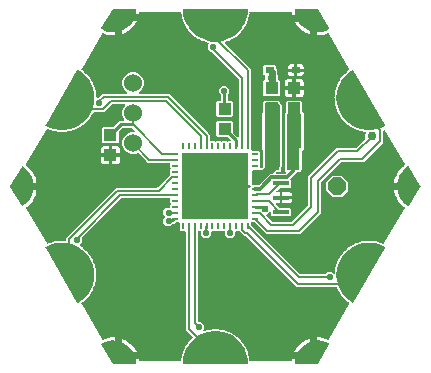
<source format=gbr>
G04 EAGLE Gerber RS-274X export*
G75*
%MOMM*%
%FSLAX34Y34*%
%LPD*%
%INBottom Copper*%
%IPPOS*%
%AMOC8*
5,1,8,0,0,1.08239X$1,22.5*%
G01*
%ADD10R,1.300000X1.500000*%
%ADD11R,1.100000X1.000000*%
%ADD12P,1.649562X8X22.500000*%
%ADD13C,1.524000*%
%ADD14C,1.000000*%
%ADD15R,0.550000X0.254000*%
%ADD16R,0.254000X0.550000*%
%ADD17R,5.600000X5.600000*%
%ADD18R,1.399997X0.400000*%
%ADD19R,0.800000X0.500000*%
%ADD20C,0.609600*%
%ADD21C,0.750000*%
%ADD22C,0.554800*%
%ADD23C,0.508000*%
%ADD24C,0.203200*%
%ADD25C,0.304800*%
%ADD26C,0.254000*%
%ADD27C,0.604800*%

G36*
X754753Y395606D02*
X754753Y395606D01*
X754781Y395604D01*
X754849Y395626D01*
X754920Y395640D01*
X754943Y395656D01*
X754970Y395665D01*
X755025Y395712D01*
X755084Y395753D01*
X755099Y395777D01*
X755121Y395795D01*
X755152Y395860D01*
X755191Y395920D01*
X755196Y395948D01*
X755208Y395974D01*
X755217Y396075D01*
X755224Y396117D01*
X755222Y396127D01*
X755223Y396140D01*
X754980Y399190D01*
X754971Y399222D01*
X754967Y399269D01*
X754426Y401477D01*
X757109Y401477D01*
X757394Y400408D01*
X757608Y398764D01*
X757635Y398674D01*
X757655Y398582D01*
X757670Y398557D01*
X757679Y398528D01*
X757733Y398452D01*
X757781Y398371D01*
X757804Y398352D01*
X757821Y398327D01*
X757897Y398272D01*
X757968Y398211D01*
X757996Y398200D01*
X758020Y398182D01*
X758109Y398154D01*
X758196Y398119D01*
X758234Y398115D01*
X758254Y398109D01*
X758287Y398109D01*
X758363Y398101D01*
X792738Y398101D01*
X792851Y398119D01*
X792964Y398135D01*
X792972Y398139D01*
X792981Y398140D01*
X793082Y398194D01*
X793184Y398245D01*
X793191Y398251D01*
X793198Y398256D01*
X793277Y398338D01*
X793358Y398420D01*
X793362Y398428D01*
X793368Y398434D01*
X793416Y398537D01*
X793466Y398640D01*
X793468Y398651D01*
X793471Y398657D01*
X793474Y398680D01*
X793497Y398805D01*
X793539Y399361D01*
X793536Y399396D01*
X793541Y399430D01*
X793525Y399518D01*
X793517Y399606D01*
X793504Y399638D01*
X793497Y399672D01*
X793463Y399744D01*
X793606Y400371D01*
X793608Y400404D01*
X793623Y400484D01*
X793671Y401122D01*
X793712Y401181D01*
X793769Y401249D01*
X793782Y401282D01*
X793801Y401310D01*
X793857Y401468D01*
X794347Y403615D01*
X794349Y403650D01*
X794359Y403683D01*
X794356Y403772D01*
X794362Y403861D01*
X794353Y403894D01*
X794352Y403929D01*
X794328Y404005D01*
X794563Y404604D01*
X794570Y404636D01*
X794597Y404712D01*
X794739Y405337D01*
X794789Y405389D01*
X794855Y405448D01*
X794873Y405478D01*
X794897Y405503D01*
X794975Y405651D01*
X795779Y407701D01*
X795786Y407735D01*
X795801Y407766D01*
X795812Y407855D01*
X795831Y407942D01*
X795827Y407976D01*
X795831Y408010D01*
X795819Y408089D01*
X796141Y408646D01*
X796153Y408677D01*
X796190Y408749D01*
X796424Y409345D01*
X796481Y409389D01*
X796555Y409437D01*
X796577Y409465D01*
X796604Y409486D01*
X796704Y409621D01*
X797805Y411528D01*
X797817Y411560D01*
X797836Y411589D01*
X797860Y411675D01*
X797892Y411758D01*
X797893Y411793D01*
X797902Y411826D01*
X797902Y411906D01*
X798303Y412409D01*
X798319Y412438D01*
X798367Y412503D01*
X798688Y413057D01*
X798750Y413093D01*
X798831Y413129D01*
X798857Y413153D01*
X798887Y413170D01*
X799005Y413289D01*
X800378Y415010D01*
X800395Y415041D01*
X800418Y415066D01*
X800455Y415147D01*
X800498Y415225D01*
X800505Y415259D01*
X800519Y415291D01*
X800531Y415369D01*
X801002Y415807D01*
X801023Y415833D01*
X801080Y415890D01*
X801479Y416391D01*
X801512Y416404D01*
X801554Y416410D01*
X801588Y416428D01*
X801632Y416441D01*
X801660Y416460D01*
X801693Y416473D01*
X801746Y416512D01*
X801771Y416526D01*
X801789Y416544D01*
X801827Y416572D01*
X802976Y417639D01*
X802997Y417666D01*
X803024Y417687D01*
X803073Y417762D01*
X803127Y417833D01*
X803139Y417865D01*
X803157Y417894D01*
X803179Y417981D01*
X803208Y418065D01*
X803209Y418099D01*
X803217Y418132D01*
X803210Y418221D01*
X803211Y418311D01*
X803201Y418344D01*
X803198Y418378D01*
X803163Y418460D01*
X803136Y418545D01*
X803115Y418573D01*
X803102Y418604D01*
X802997Y418735D01*
X798990Y422742D01*
X797278Y424454D01*
X797278Y507264D01*
X797275Y507284D01*
X797277Y507303D01*
X797255Y507405D01*
X797239Y507507D01*
X797229Y507524D01*
X797225Y507544D01*
X797172Y507633D01*
X797123Y507724D01*
X797109Y507738D01*
X797099Y507755D01*
X797020Y507822D01*
X796945Y507894D01*
X796927Y507902D01*
X796912Y507915D01*
X796816Y507954D01*
X796722Y507997D01*
X796702Y507999D01*
X796684Y508007D01*
X796517Y508025D01*
X792916Y508025D01*
X792023Y508918D01*
X792023Y515037D01*
X792020Y515057D01*
X792022Y515076D01*
X792000Y515178D01*
X791984Y515280D01*
X791974Y515297D01*
X791970Y515317D01*
X791917Y515406D01*
X791868Y515497D01*
X791854Y515511D01*
X791844Y515528D01*
X791765Y515595D01*
X791690Y515667D01*
X791672Y515675D01*
X791657Y515688D01*
X791561Y515727D01*
X791467Y515770D01*
X791447Y515772D01*
X791429Y515780D01*
X791262Y515798D01*
X789639Y515798D01*
X789549Y515784D01*
X789458Y515776D01*
X789428Y515764D01*
X789396Y515759D01*
X789315Y515716D01*
X789231Y515680D01*
X789199Y515654D01*
X789179Y515643D01*
X789156Y515620D01*
X789100Y515575D01*
X787787Y514262D01*
X786491Y514262D01*
X786401Y514248D01*
X786310Y514240D01*
X786281Y514228D01*
X786249Y514223D01*
X786168Y514180D01*
X786084Y514144D01*
X786052Y514118D01*
X786031Y514107D01*
X786009Y514084D01*
X785953Y514039D01*
X784418Y512504D01*
X780857Y512504D01*
X778339Y515022D01*
X778339Y518584D01*
X779556Y519801D01*
X779568Y519817D01*
X779583Y519829D01*
X779639Y519917D01*
X779699Y520000D01*
X779705Y520019D01*
X779716Y520036D01*
X779741Y520137D01*
X779772Y520236D01*
X779771Y520255D01*
X779776Y520275D01*
X779768Y520378D01*
X779765Y520481D01*
X779759Y520500D01*
X779757Y520520D01*
X779717Y520615D01*
X779681Y520712D01*
X779668Y520728D01*
X779661Y520746D01*
X779556Y520877D01*
X778339Y522094D01*
X778339Y525656D01*
X780857Y528174D01*
X783489Y528174D01*
X783509Y528177D01*
X783528Y528175D01*
X783630Y528197D01*
X783732Y528213D01*
X783749Y528223D01*
X783769Y528227D01*
X783858Y528280D01*
X783949Y528329D01*
X783963Y528343D01*
X783980Y528353D01*
X784047Y528432D01*
X784119Y528507D01*
X784127Y528525D01*
X784140Y528540D01*
X784179Y528636D01*
X784222Y528730D01*
X784224Y528750D01*
X784232Y528768D01*
X784250Y528935D01*
X784250Y530498D01*
X784311Y530558D01*
X784323Y530574D01*
X784338Y530587D01*
X784394Y530674D01*
X784454Y530758D01*
X784460Y530777D01*
X784471Y530794D01*
X784496Y530894D01*
X784527Y530993D01*
X784526Y531013D01*
X784531Y531032D01*
X784523Y531135D01*
X784520Y531239D01*
X784514Y531258D01*
X784512Y531277D01*
X784472Y531373D01*
X784436Y531470D01*
X784424Y531486D01*
X784416Y531504D01*
X784311Y531635D01*
X784250Y531695D01*
X784250Y535296D01*
X784247Y535316D01*
X784249Y535335D01*
X784227Y535437D01*
X784211Y535539D01*
X784201Y535556D01*
X784197Y535576D01*
X784144Y535665D01*
X784095Y535756D01*
X784081Y535770D01*
X784071Y535787D01*
X783992Y535854D01*
X783917Y535926D01*
X783899Y535934D01*
X783884Y535947D01*
X783788Y535986D01*
X783694Y536029D01*
X783674Y536031D01*
X783656Y536039D01*
X783489Y536057D01*
X743166Y536057D01*
X743076Y536043D01*
X742985Y536035D01*
X742955Y536023D01*
X742923Y536018D01*
X742842Y535975D01*
X742758Y535939D01*
X742726Y535913D01*
X742706Y535902D01*
X742683Y535879D01*
X742627Y535834D01*
X709489Y502696D01*
X709436Y502622D01*
X709377Y502553D01*
X709364Y502522D01*
X709346Y502496D01*
X709319Y502409D01*
X709285Y502324D01*
X709280Y502284D01*
X709273Y502261D01*
X709274Y502229D01*
X709266Y502158D01*
X709266Y498662D01*
X707645Y497041D01*
X707630Y497021D01*
X707611Y497004D01*
X707559Y496921D01*
X707538Y496892D01*
X707534Y496887D01*
X707533Y496885D01*
X707501Y496841D01*
X707494Y496817D01*
X707481Y496796D01*
X707458Y496700D01*
X707447Y496664D01*
X707444Y496658D01*
X707444Y496656D01*
X707429Y496606D01*
X707430Y496581D01*
X707424Y496556D01*
X707433Y496459D01*
X707434Y496427D01*
X707433Y496412D01*
X707434Y496407D01*
X707435Y496360D01*
X707444Y496337D01*
X707446Y496311D01*
X707467Y496266D01*
X707471Y496249D01*
X707549Y496025D01*
X707565Y495994D01*
X707574Y495961D01*
X707624Y495887D01*
X707666Y495809D01*
X707692Y495785D01*
X707711Y495756D01*
X707838Y495647D01*
X709659Y494405D01*
X709691Y494390D01*
X709718Y494369D01*
X709801Y494339D01*
X709882Y494301D01*
X709917Y494297D01*
X709949Y494285D01*
X710028Y494280D01*
X710500Y493842D01*
X710527Y493823D01*
X710589Y493771D01*
X711118Y493410D01*
X711148Y493345D01*
X711179Y493261D01*
X711200Y493234D01*
X711215Y493203D01*
X711325Y493076D01*
X712940Y491576D01*
X712969Y491557D01*
X712993Y491532D01*
X713071Y491489D01*
X713145Y491440D01*
X713178Y491431D01*
X713209Y491415D01*
X713286Y491397D01*
X713688Y490894D01*
X713712Y490871D01*
X713765Y490810D01*
X714234Y490375D01*
X714255Y490306D01*
X714272Y490219D01*
X714290Y490189D01*
X714300Y490155D01*
X714389Y490013D01*
X715763Y488290D01*
X715788Y488267D01*
X715808Y488238D01*
X715879Y488184D01*
X715945Y488125D01*
X715977Y488111D01*
X716005Y488090D01*
X716079Y488061D01*
X716400Y487504D01*
X716421Y487478D01*
X716464Y487410D01*
X716863Y486909D01*
X716873Y486838D01*
X716878Y486749D01*
X716890Y486717D01*
X716895Y486682D01*
X716963Y486529D01*
X718064Y484619D01*
X718086Y484593D01*
X718101Y484561D01*
X718164Y484498D01*
X718220Y484429D01*
X718249Y484411D01*
X718273Y484386D01*
X718342Y484346D01*
X718577Y483747D01*
X718594Y483719D01*
X718627Y483645D01*
X718947Y483090D01*
X718946Y483018D01*
X718937Y482930D01*
X718945Y482896D01*
X718944Y482861D01*
X718988Y482699D01*
X719793Y480647D01*
X719810Y480617D01*
X719821Y480584D01*
X719873Y480512D01*
X719918Y480436D01*
X719945Y480413D01*
X719965Y480385D01*
X720027Y480336D01*
X720170Y479708D01*
X720182Y479677D01*
X720204Y479599D01*
X720437Y479003D01*
X720435Y478998D01*
X720432Y478969D01*
X720426Y478932D01*
X720404Y478846D01*
X720407Y478812D01*
X720401Y478777D01*
X720420Y478611D01*
X720910Y476462D01*
X720923Y476429D01*
X720928Y476395D01*
X720969Y476316D01*
X721003Y476234D01*
X721025Y476207D01*
X721041Y476177D01*
X721095Y476119D01*
X721143Y475477D01*
X721151Y475445D01*
X721160Y475364D01*
X721302Y474740D01*
X721281Y474672D01*
X721246Y474590D01*
X721243Y474555D01*
X721233Y474522D01*
X721227Y474354D01*
X721391Y472156D01*
X721399Y472123D01*
X721399Y472088D01*
X721428Y472003D01*
X721449Y471917D01*
X721467Y471888D01*
X721478Y471855D01*
X721523Y471789D01*
X721475Y471148D01*
X721478Y471115D01*
X721475Y471034D01*
X721522Y470395D01*
X721491Y470331D01*
X721444Y470255D01*
X721436Y470221D01*
X721421Y470190D01*
X721390Y470025D01*
X721225Y467827D01*
X721228Y467793D01*
X721223Y467758D01*
X721238Y467671D01*
X721246Y467582D01*
X721260Y467550D01*
X721266Y467516D01*
X721301Y467445D01*
X721157Y466817D01*
X721155Y466784D01*
X721140Y466705D01*
X721092Y466066D01*
X721051Y466008D01*
X720994Y465939D01*
X720981Y465907D01*
X720962Y465879D01*
X720906Y465720D01*
X720415Y463571D01*
X720413Y463537D01*
X720403Y463504D01*
X720406Y463415D01*
X720400Y463326D01*
X720409Y463292D01*
X720410Y463258D01*
X720433Y463182D01*
X720198Y462583D01*
X720191Y462551D01*
X720165Y462474D01*
X720022Y461850D01*
X719973Y461798D01*
X719906Y461739D01*
X719889Y461709D01*
X719865Y461684D01*
X719787Y461535D01*
X718981Y459484D01*
X718973Y459450D01*
X718958Y459419D01*
X718948Y459330D01*
X718929Y459243D01*
X718933Y459209D01*
X718929Y459174D01*
X718940Y459096D01*
X718618Y458539D01*
X718607Y458508D01*
X718569Y458436D01*
X718335Y457840D01*
X718278Y457796D01*
X718204Y457748D01*
X718182Y457721D01*
X718155Y457699D01*
X718055Y457564D01*
X716953Y455656D01*
X716940Y455623D01*
X716921Y455594D01*
X716897Y455509D01*
X716866Y455426D01*
X716864Y455391D01*
X716855Y455357D01*
X716855Y455278D01*
X716454Y454775D01*
X716438Y454746D01*
X716390Y454681D01*
X716069Y454127D01*
X716007Y454091D01*
X715926Y454055D01*
X715900Y454031D01*
X715870Y454014D01*
X715752Y453895D01*
X714377Y452172D01*
X714360Y452142D01*
X714336Y452117D01*
X714300Y452036D01*
X714257Y451958D01*
X714250Y451924D01*
X714236Y451892D01*
X714224Y451814D01*
X713752Y451376D01*
X713732Y451350D01*
X713675Y451293D01*
X713275Y450792D01*
X713209Y450767D01*
X713123Y450743D01*
X713094Y450723D01*
X713062Y450711D01*
X712927Y450611D01*
X711311Y449112D01*
X711290Y449085D01*
X711262Y449063D01*
X711214Y448988D01*
X711160Y448918D01*
X711148Y448885D01*
X711130Y448856D01*
X711106Y448780D01*
X710574Y448418D01*
X710550Y448395D01*
X710485Y448347D01*
X710016Y447911D01*
X709946Y447896D01*
X709858Y447885D01*
X709826Y447870D01*
X709792Y447863D01*
X709644Y447784D01*
X709189Y447474D01*
X709106Y447395D01*
X709021Y447318D01*
X709017Y447310D01*
X709011Y447304D01*
X708958Y447204D01*
X708902Y447103D01*
X708900Y447094D01*
X708896Y447087D01*
X708877Y446974D01*
X708857Y446861D01*
X708858Y446853D01*
X708856Y446844D01*
X708875Y446731D01*
X708891Y446618D01*
X708895Y446608D01*
X708896Y446601D01*
X708907Y446581D01*
X708922Y446546D01*
X708923Y446541D01*
X708928Y446534D01*
X708958Y446464D01*
X726120Y416738D01*
X726164Y416684D01*
X726190Y416641D01*
X726206Y416628D01*
X726232Y416589D01*
X726257Y416571D01*
X726276Y416547D01*
X726355Y416498D01*
X726374Y416483D01*
X726377Y416481D01*
X726378Y416481D01*
X726429Y416442D01*
X726459Y416433D01*
X726485Y416416D01*
X726575Y416395D01*
X726663Y416366D01*
X726694Y416366D01*
X726724Y416359D01*
X726816Y416367D01*
X726909Y416368D01*
X726946Y416379D01*
X726969Y416381D01*
X726998Y416394D01*
X727070Y416415D01*
X728633Y417060D01*
X731426Y417804D01*
X734293Y418178D01*
X737184Y418175D01*
X738202Y418040D01*
X738202Y415468D01*
X738127Y415484D01*
X738093Y415484D01*
X738047Y415493D01*
X734990Y415620D01*
X734956Y415615D01*
X734909Y415617D01*
X731871Y415252D01*
X731839Y415241D01*
X731793Y415236D01*
X728853Y414388D01*
X728823Y414372D01*
X728778Y414360D01*
X726012Y413051D01*
X725989Y413034D01*
X725962Y413024D01*
X725910Y412975D01*
X725852Y412932D01*
X725838Y412907D01*
X725817Y412888D01*
X725788Y412822D01*
X725752Y412760D01*
X725749Y412732D01*
X725737Y412706D01*
X725736Y412634D01*
X725727Y412563D01*
X725735Y412536D01*
X725735Y412507D01*
X725770Y412412D01*
X725781Y412372D01*
X725788Y412363D01*
X725792Y412351D01*
X735292Y395851D01*
X735344Y395793D01*
X735390Y395730D01*
X735409Y395719D01*
X735424Y395702D01*
X735494Y395668D01*
X735561Y395628D01*
X735586Y395624D01*
X735603Y395616D01*
X735648Y395614D01*
X735725Y395601D01*
X754725Y395601D01*
X754753Y395606D01*
G37*
G36*
X887057Y516241D02*
X887057Y516241D01*
X887148Y516248D01*
X887178Y516260D01*
X887210Y516266D01*
X887291Y516308D01*
X887375Y516344D01*
X887407Y516370D01*
X887427Y516381D01*
X887450Y516404D01*
X887506Y516449D01*
X900524Y529467D01*
X900577Y529541D01*
X900636Y529610D01*
X900649Y529641D01*
X900667Y529667D01*
X900694Y529754D01*
X900728Y529839D01*
X900733Y529879D01*
X900740Y529902D01*
X900739Y529934D01*
X900747Y530005D01*
X900747Y554310D01*
X924668Y578232D01*
X941036Y578232D01*
X941126Y578246D01*
X941217Y578254D01*
X941247Y578266D01*
X941279Y578271D01*
X941359Y578314D01*
X941443Y578350D01*
X941475Y578376D01*
X941496Y578387D01*
X941518Y578410D01*
X941574Y578455D01*
X949168Y586049D01*
X949221Y586123D01*
X949281Y586192D01*
X949293Y586222D01*
X949312Y586249D01*
X949338Y586335D01*
X949373Y586420D01*
X949377Y586461D01*
X949384Y586484D01*
X949383Y586516D01*
X949391Y586587D01*
X949391Y590571D01*
X949658Y590837D01*
X949700Y590896D01*
X949749Y590948D01*
X949771Y590995D01*
X949801Y591037D01*
X949822Y591106D01*
X949853Y591171D01*
X949858Y591222D01*
X949874Y591272D01*
X949872Y591344D01*
X949880Y591415D01*
X949869Y591466D01*
X949867Y591518D01*
X949843Y591585D01*
X949827Y591655D01*
X949801Y591700D01*
X949783Y591749D01*
X949738Y591805D01*
X949701Y591867D01*
X949662Y591900D01*
X949629Y591941D01*
X949569Y591980D01*
X949514Y592026D01*
X949466Y592046D01*
X949422Y592074D01*
X949420Y592074D01*
X949413Y592081D01*
X949385Y592102D01*
X949363Y592128D01*
X949286Y592173D01*
X949214Y592225D01*
X949181Y592235D01*
X949151Y592253D01*
X948989Y592296D01*
X946809Y592625D01*
X946774Y592625D01*
X946741Y592633D01*
X946652Y592623D01*
X946563Y592622D01*
X946531Y592611D01*
X946496Y592607D01*
X946422Y592578D01*
X945807Y592768D01*
X945775Y592773D01*
X945696Y592793D01*
X945063Y592889D01*
X945008Y592934D01*
X944944Y592996D01*
X944913Y593011D01*
X944886Y593033D01*
X944732Y593100D01*
X942626Y593751D01*
X942591Y593755D01*
X942559Y593768D01*
X942470Y593772D01*
X942382Y593784D01*
X942348Y593778D01*
X942313Y593779D01*
X942236Y593762D01*
X941656Y594041D01*
X941625Y594050D01*
X941550Y594083D01*
X940938Y594272D01*
X940890Y594325D01*
X940836Y594396D01*
X940808Y594415D01*
X940784Y594441D01*
X940642Y594530D01*
X938657Y595487D01*
X938624Y595497D01*
X938593Y595514D01*
X938506Y595531D01*
X938421Y595556D01*
X938386Y595555D01*
X938352Y595562D01*
X938273Y595556D01*
X937741Y595918D01*
X937711Y595932D01*
X937643Y595975D01*
X937066Y596253D01*
X937026Y596313D01*
X936984Y596391D01*
X936958Y596415D01*
X936939Y596444D01*
X936812Y596553D01*
X934991Y597795D01*
X934959Y597810D01*
X934932Y597831D01*
X934849Y597861D01*
X934768Y597899D01*
X934733Y597903D01*
X934701Y597915D01*
X934622Y597920D01*
X934150Y598358D01*
X934123Y598377D01*
X934061Y598429D01*
X933532Y598790D01*
X933502Y598855D01*
X933471Y598939D01*
X933450Y598966D01*
X933435Y598997D01*
X933325Y599124D01*
X931710Y600624D01*
X931681Y600643D01*
X931657Y600668D01*
X931579Y600711D01*
X931505Y600760D01*
X931472Y600769D01*
X931441Y600785D01*
X931364Y600803D01*
X930962Y601306D01*
X930938Y601329D01*
X930885Y601390D01*
X930416Y601825D01*
X930395Y601894D01*
X930378Y601981D01*
X930360Y602011D01*
X930350Y602045D01*
X930261Y602187D01*
X928887Y603910D01*
X928862Y603933D01*
X928842Y603962D01*
X928771Y604016D01*
X928705Y604075D01*
X928673Y604089D01*
X928645Y604110D01*
X928571Y604139D01*
X928250Y604696D01*
X928229Y604722D01*
X928186Y604790D01*
X927787Y605291D01*
X927777Y605362D01*
X927772Y605451D01*
X927760Y605483D01*
X927755Y605518D01*
X927687Y605671D01*
X926586Y607581D01*
X926564Y607607D01*
X926549Y607639D01*
X926486Y607702D01*
X926430Y607771D01*
X926401Y607789D01*
X926377Y607814D01*
X926308Y607854D01*
X926073Y608453D01*
X926056Y608481D01*
X926055Y608484D01*
X926054Y608486D01*
X926053Y608487D01*
X926023Y608555D01*
X925703Y609110D01*
X925704Y609182D01*
X925713Y609270D01*
X925705Y609304D01*
X925706Y609339D01*
X925662Y609501D01*
X924857Y611553D01*
X924840Y611583D01*
X924829Y611616D01*
X924777Y611688D01*
X924732Y611764D01*
X924705Y611787D01*
X924685Y611815D01*
X924623Y611864D01*
X924480Y612492D01*
X924468Y612523D01*
X924446Y612601D01*
X924213Y613197D01*
X924224Y613268D01*
X924246Y613354D01*
X924243Y613388D01*
X924249Y613423D01*
X924230Y613589D01*
X923740Y615738D01*
X923727Y615770D01*
X923722Y615805D01*
X923681Y615884D01*
X923647Y615966D01*
X923625Y615993D01*
X923609Y616023D01*
X923555Y616081D01*
X923507Y616723D01*
X923499Y616755D01*
X923490Y616836D01*
X923348Y617460D01*
X923369Y617528D01*
X923404Y617610D01*
X923407Y617645D01*
X923417Y617678D01*
X923423Y617846D01*
X923259Y620044D01*
X923251Y620077D01*
X923251Y620112D01*
X923222Y620197D01*
X923201Y620283D01*
X923183Y620312D01*
X923172Y620345D01*
X923127Y620411D01*
X923175Y621052D01*
X923172Y621085D01*
X923175Y621166D01*
X923128Y621805D01*
X923159Y621869D01*
X923206Y621945D01*
X923214Y621979D01*
X923229Y622010D01*
X923260Y622175D01*
X923425Y624373D01*
X923422Y624407D01*
X923427Y624442D01*
X923412Y624529D01*
X923404Y624618D01*
X923390Y624650D01*
X923384Y624684D01*
X923349Y624755D01*
X923493Y625383D01*
X923495Y625416D01*
X923510Y625495D01*
X923558Y626134D01*
X923599Y626192D01*
X923656Y626261D01*
X923669Y626293D01*
X923688Y626321D01*
X923744Y626480D01*
X924235Y628629D01*
X924237Y628663D01*
X924247Y628696D01*
X924244Y628785D01*
X924250Y628874D01*
X924241Y628908D01*
X924240Y628942D01*
X924217Y629018D01*
X924452Y629617D01*
X924459Y629649D01*
X924485Y629726D01*
X924628Y630350D01*
X924677Y630402D01*
X924744Y630461D01*
X924761Y630491D01*
X924785Y630516D01*
X924863Y630665D01*
X925669Y632716D01*
X925677Y632750D01*
X925692Y632781D01*
X925702Y632870D01*
X925721Y632957D01*
X925717Y632991D01*
X925721Y633026D01*
X925710Y633104D01*
X926032Y633661D01*
X926043Y633692D01*
X926081Y633764D01*
X926315Y634360D01*
X926372Y634404D01*
X926446Y634452D01*
X926468Y634479D01*
X926495Y634501D01*
X926595Y634636D01*
X927697Y636544D01*
X927710Y636577D01*
X927729Y636606D01*
X927753Y636691D01*
X927784Y636774D01*
X927786Y636809D01*
X927795Y636843D01*
X927795Y636922D01*
X928196Y637425D01*
X928209Y637448D01*
X928226Y637466D01*
X928235Y637484D01*
X928260Y637519D01*
X928581Y638073D01*
X928643Y638109D01*
X928724Y638145D01*
X928750Y638169D01*
X928780Y638186D01*
X928898Y638305D01*
X930273Y640028D01*
X930290Y640058D01*
X930314Y640083D01*
X930350Y640164D01*
X930393Y640242D01*
X930400Y640276D01*
X930414Y640308D01*
X930426Y640386D01*
X930898Y640824D01*
X930918Y640850D01*
X930975Y640907D01*
X931375Y641408D01*
X931441Y641433D01*
X931527Y641457D01*
X931556Y641477D01*
X931588Y641489D01*
X931723Y641589D01*
X933339Y643088D01*
X933360Y643115D01*
X933388Y643137D01*
X933436Y643212D01*
X933490Y643282D01*
X933502Y643315D01*
X933520Y643344D01*
X933544Y643420D01*
X934076Y643782D01*
X934100Y643805D01*
X934165Y643853D01*
X934634Y644289D01*
X934704Y644304D01*
X934792Y644315D01*
X934824Y644330D01*
X934858Y644337D01*
X935006Y644416D01*
X935461Y644726D01*
X935544Y644805D01*
X935629Y644882D01*
X935633Y644890D01*
X935639Y644896D01*
X935693Y644997D01*
X935748Y645097D01*
X935750Y645106D01*
X935754Y645113D01*
X935772Y645226D01*
X935793Y645339D01*
X935792Y645347D01*
X935794Y645356D01*
X935775Y645469D01*
X935759Y645582D01*
X935755Y645592D01*
X935754Y645599D01*
X935743Y645619D01*
X935692Y645736D01*
X918530Y675462D01*
X918471Y675534D01*
X918418Y675611D01*
X918393Y675629D01*
X918374Y675653D01*
X918295Y675702D01*
X918221Y675758D01*
X918192Y675767D01*
X918165Y675784D01*
X918075Y675805D01*
X917987Y675834D01*
X917956Y675834D01*
X917926Y675841D01*
X917834Y675833D01*
X917741Y675832D01*
X917704Y675821D01*
X917681Y675819D01*
X917652Y675806D01*
X917580Y675785D01*
X916017Y675140D01*
X913224Y674396D01*
X910357Y674022D01*
X907466Y674025D01*
X906448Y674160D01*
X906448Y676732D01*
X906523Y676716D01*
X906557Y676716D01*
X906603Y676707D01*
X909660Y676580D01*
X909694Y676585D01*
X909741Y676583D01*
X912779Y676948D01*
X912811Y676959D01*
X912857Y676964D01*
X915797Y677812D01*
X915827Y677828D01*
X915873Y677840D01*
X918639Y679149D01*
X918661Y679166D01*
X918688Y679176D01*
X918740Y679225D01*
X918798Y679268D01*
X918812Y679293D01*
X918833Y679312D01*
X918862Y679378D01*
X918898Y679440D01*
X918901Y679468D01*
X918913Y679494D01*
X918914Y679566D01*
X918923Y679637D01*
X918915Y679664D01*
X918916Y679693D01*
X918880Y679788D01*
X918869Y679828D01*
X918862Y679837D01*
X918858Y679849D01*
X909358Y696349D01*
X909306Y696408D01*
X909260Y696470D01*
X909241Y696481D01*
X909226Y696498D01*
X909156Y696532D01*
X909089Y696572D01*
X909065Y696576D01*
X909047Y696584D01*
X909002Y696586D01*
X908925Y696599D01*
X889925Y696599D01*
X889897Y696594D01*
X889869Y696596D01*
X889801Y696574D01*
X889730Y696560D01*
X889707Y696544D01*
X889680Y696535D01*
X889625Y696488D01*
X889566Y696447D01*
X889551Y696423D01*
X889530Y696405D01*
X889498Y696340D01*
X889459Y696280D01*
X889454Y696252D01*
X889442Y696226D01*
X889433Y696125D01*
X889426Y696083D01*
X889428Y696073D01*
X889427Y696060D01*
X889670Y693010D01*
X889679Y692978D01*
X889683Y692931D01*
X890224Y690723D01*
X887541Y690723D01*
X887256Y691792D01*
X887042Y693436D01*
X887015Y693526D01*
X886995Y693618D01*
X886980Y693643D01*
X886971Y693672D01*
X886917Y693748D01*
X886869Y693829D01*
X886846Y693848D01*
X886829Y693873D01*
X886753Y693928D01*
X886682Y693989D01*
X886654Y694000D01*
X886630Y694018D01*
X886541Y694046D01*
X886454Y694081D01*
X886416Y694085D01*
X886395Y694091D01*
X886363Y694091D01*
X886287Y694099D01*
X851912Y694099D01*
X851800Y694081D01*
X851686Y694065D01*
X851678Y694061D01*
X851669Y694060D01*
X851569Y694006D01*
X851466Y693955D01*
X851459Y693949D01*
X851452Y693944D01*
X851373Y693862D01*
X851292Y693780D01*
X851288Y693772D01*
X851282Y693766D01*
X851234Y693662D01*
X851184Y693560D01*
X851182Y693549D01*
X851179Y693543D01*
X851176Y693520D01*
X851153Y693395D01*
X851111Y692839D01*
X851114Y692804D01*
X851109Y692770D01*
X851125Y692682D01*
X851132Y692594D01*
X851146Y692562D01*
X851153Y692528D01*
X851187Y692456D01*
X851044Y691829D01*
X851042Y691796D01*
X851027Y691716D01*
X850979Y691078D01*
X850938Y691019D01*
X850881Y690951D01*
X850868Y690918D01*
X850849Y690890D01*
X850793Y690732D01*
X850303Y688585D01*
X850301Y688550D01*
X850291Y688517D01*
X850294Y688428D01*
X850288Y688339D01*
X850297Y688306D01*
X850298Y688271D01*
X850322Y688195D01*
X850087Y687596D01*
X850080Y687564D01*
X850053Y687488D01*
X849911Y686863D01*
X849861Y686811D01*
X849795Y686752D01*
X849777Y686722D01*
X849753Y686697D01*
X849675Y686549D01*
X848871Y684499D01*
X848864Y684465D01*
X848849Y684434D01*
X848838Y684345D01*
X848819Y684258D01*
X848823Y684224D01*
X848819Y684190D01*
X848831Y684111D01*
X848509Y683554D01*
X848497Y683523D01*
X848460Y683451D01*
X848226Y682855D01*
X848169Y682811D01*
X848095Y682763D01*
X848073Y682735D01*
X848046Y682714D01*
X847946Y682579D01*
X846845Y680672D01*
X846833Y680640D01*
X846814Y680611D01*
X846790Y680525D01*
X846758Y680442D01*
X846757Y680407D01*
X846748Y680374D01*
X846748Y680294D01*
X846347Y679791D01*
X846330Y679762D01*
X846282Y679697D01*
X845962Y679143D01*
X845900Y679107D01*
X845819Y679071D01*
X845794Y679047D01*
X845763Y679030D01*
X845645Y678911D01*
X844272Y677190D01*
X844259Y677166D01*
X844240Y677146D01*
X844237Y677140D01*
X844232Y677134D01*
X844195Y677053D01*
X844152Y676975D01*
X844146Y676943D01*
X844137Y676923D01*
X844136Y676921D01*
X844131Y676909D01*
X844119Y676831D01*
X843648Y676393D01*
X843627Y676367D01*
X843570Y676310D01*
X843171Y675809D01*
X843104Y675783D01*
X843018Y675759D01*
X842990Y675740D01*
X842957Y675727D01*
X842823Y675628D01*
X841208Y674130D01*
X841187Y674103D01*
X841160Y674081D01*
X841112Y674006D01*
X841058Y673936D01*
X841046Y673903D01*
X841027Y673874D01*
X841004Y673798D01*
X840472Y673435D01*
X840448Y673413D01*
X840383Y673364D01*
X839914Y672929D01*
X839844Y672913D01*
X839756Y672902D01*
X839724Y672887D01*
X839691Y672880D01*
X839542Y672801D01*
X837723Y671561D01*
X837698Y671537D01*
X837668Y671519D01*
X837609Y671453D01*
X837545Y671391D01*
X837529Y671361D01*
X837506Y671335D01*
X837472Y671263D01*
X836892Y670984D01*
X836865Y670965D01*
X836793Y670927D01*
X836264Y670566D01*
X836192Y670561D01*
X836104Y670564D01*
X836070Y670553D01*
X836036Y670551D01*
X835878Y670495D01*
X833894Y669540D01*
X833865Y669520D01*
X833833Y669507D01*
X833765Y669450D01*
X833692Y669399D01*
X833672Y669371D01*
X833645Y669349D01*
X833601Y669283D01*
X832986Y669093D01*
X832956Y669078D01*
X832880Y669052D01*
X832303Y668774D01*
X832231Y668780D01*
X832144Y668795D01*
X832109Y668790D01*
X832075Y668793D01*
X831910Y668761D01*
X830812Y668423D01*
X830740Y668387D01*
X830663Y668359D01*
X830630Y668332D01*
X830592Y668313D01*
X830535Y668256D01*
X830471Y668205D01*
X830448Y668169D01*
X830418Y668139D01*
X830382Y668067D01*
X830338Y667998D01*
X830328Y667957D01*
X830309Y667919D01*
X830298Y667839D01*
X830278Y667760D01*
X830282Y667717D01*
X830276Y667675D01*
X830291Y667595D01*
X830297Y667514D01*
X830314Y667475D01*
X830322Y667434D01*
X830362Y667363D01*
X830394Y667288D01*
X830429Y667245D01*
X830443Y667219D01*
X830464Y667200D01*
X830498Y667157D01*
X850661Y646994D01*
X852373Y645283D01*
X852373Y583851D01*
X852379Y583810D01*
X852379Y583806D01*
X852383Y583785D01*
X852387Y583761D01*
X852395Y583670D01*
X852407Y583640D01*
X852412Y583608D01*
X852429Y583578D01*
X852431Y583566D01*
X852458Y583521D01*
X852491Y583444D01*
X852517Y583411D01*
X852528Y583391D01*
X852547Y583373D01*
X852557Y583355D01*
X852572Y583342D01*
X852596Y583313D01*
X852627Y583282D01*
X852627Y577163D01*
X852630Y577143D01*
X852628Y577124D01*
X852650Y577022D01*
X852666Y576920D01*
X852676Y576903D01*
X852680Y576883D01*
X852733Y576794D01*
X852782Y576703D01*
X852796Y576689D01*
X852806Y576672D01*
X852885Y576605D01*
X852960Y576533D01*
X852978Y576525D01*
X852993Y576512D01*
X853089Y576473D01*
X853183Y576430D01*
X853203Y576428D01*
X853221Y576420D01*
X853388Y576402D01*
X859507Y576402D01*
X860400Y575509D01*
X860400Y571705D01*
X860339Y571645D01*
X860327Y571629D01*
X860312Y571616D01*
X860256Y571529D01*
X860196Y571445D01*
X860190Y571426D01*
X860179Y571409D01*
X860154Y571309D01*
X860123Y571210D01*
X860124Y571190D01*
X860119Y571171D01*
X860127Y571068D01*
X860130Y570964D01*
X860136Y570945D01*
X860138Y570926D01*
X860178Y570830D01*
X860214Y570733D01*
X860226Y570717D01*
X860234Y570699D01*
X860339Y570568D01*
X860400Y570508D01*
X860400Y566704D01*
X860339Y566643D01*
X860327Y566627D01*
X860311Y566615D01*
X860255Y566528D01*
X860195Y566444D01*
X860189Y566425D01*
X860178Y566408D01*
X860153Y566307D01*
X860123Y566209D01*
X860123Y566189D01*
X860118Y566169D01*
X860126Y566066D01*
X860129Y565963D01*
X860136Y565944D01*
X860137Y565924D01*
X860178Y565829D01*
X860213Y565732D01*
X860226Y565716D01*
X860234Y565698D01*
X860339Y565567D01*
X860400Y565506D01*
X860400Y562259D01*
X860411Y562188D01*
X860413Y562117D01*
X860431Y562068D01*
X860439Y562016D01*
X860473Y561953D01*
X860498Y561886D01*
X860530Y561845D01*
X860555Y561799D01*
X860606Y561750D01*
X860651Y561693D01*
X860695Y561665D01*
X860733Y561629D01*
X860798Y561599D01*
X860858Y561560D01*
X860909Y561548D01*
X860956Y561526D01*
X861027Y561518D01*
X861097Y561500D01*
X861149Y561504D01*
X861200Y561499D01*
X861271Y561514D01*
X861342Y561520D01*
X861390Y561540D01*
X861441Y561551D01*
X861502Y561588D01*
X861568Y561616D01*
X861624Y561661D01*
X861652Y561677D01*
X861667Y561695D01*
X861699Y561721D01*
X862678Y562699D01*
X862731Y562773D01*
X862790Y562843D01*
X862803Y562873D01*
X862821Y562899D01*
X862848Y562986D01*
X862882Y563071D01*
X862887Y563112D01*
X862894Y563134D01*
X862893Y563166D01*
X862901Y563237D01*
X862901Y576390D01*
X862886Y576480D01*
X862879Y576571D01*
X862866Y576601D01*
X862861Y576633D01*
X862818Y576714D01*
X862783Y576797D01*
X862757Y576830D01*
X862746Y576850D01*
X862723Y576872D01*
X862678Y576928D01*
X861950Y577656D01*
X861950Y608207D01*
X862678Y608934D01*
X862731Y609008D01*
X862790Y609078D01*
X862803Y609108D01*
X862821Y609134D01*
X862848Y609221D01*
X862882Y609306D01*
X862887Y609347D01*
X862894Y609369D01*
X862893Y609401D01*
X862901Y609472D01*
X862901Y617055D01*
X862907Y617070D01*
X862911Y617111D01*
X862918Y617133D01*
X862917Y617165D01*
X862925Y617237D01*
X862925Y617844D01*
X863818Y618737D01*
X876082Y618737D01*
X876975Y617844D01*
X876975Y617237D01*
X876989Y617147D01*
X876997Y617056D01*
X877009Y617026D01*
X877014Y616994D01*
X877057Y616914D01*
X877093Y616830D01*
X877119Y616798D01*
X877130Y616777D01*
X877153Y616755D01*
X877198Y616699D01*
X878587Y615310D01*
X878587Y562615D01*
X878223Y562251D01*
X878170Y562177D01*
X878110Y562108D01*
X878098Y562078D01*
X878079Y562052D01*
X878052Y561965D01*
X878018Y561880D01*
X878014Y561839D01*
X878007Y561816D01*
X878008Y561784D01*
X878000Y561713D01*
X878000Y559518D01*
X877107Y558625D01*
X874912Y558625D01*
X874822Y558611D01*
X874731Y558603D01*
X874701Y558591D01*
X874669Y558586D01*
X874589Y558543D01*
X874505Y558507D01*
X874472Y558481D01*
X874452Y558470D01*
X874430Y558447D01*
X874374Y558402D01*
X873943Y557971D01*
X873901Y557913D01*
X873851Y557861D01*
X873829Y557814D01*
X873799Y557771D01*
X873778Y557703D01*
X873748Y557638D01*
X873742Y557586D01*
X873727Y557536D01*
X873729Y557465D01*
X873721Y557393D01*
X873732Y557343D01*
X873733Y557291D01*
X873758Y557223D01*
X873773Y557153D01*
X873800Y557108D01*
X873818Y557060D01*
X873862Y557004D01*
X873899Y556942D01*
X873939Y556908D01*
X873971Y556867D01*
X874031Y556829D01*
X874086Y556782D01*
X874134Y556763D01*
X874178Y556734D01*
X874248Y556717D01*
X874314Y556690D01*
X874385Y556682D01*
X874417Y556674D01*
X874440Y556676D01*
X874481Y556672D01*
X881072Y556672D01*
X881162Y556686D01*
X881253Y556693D01*
X881283Y556706D01*
X881315Y556711D01*
X881395Y556754D01*
X881479Y556790D01*
X881511Y556816D01*
X881532Y556826D01*
X881554Y556850D01*
X881610Y556895D01*
X882054Y557338D01*
X882065Y557355D01*
X882081Y557367D01*
X882137Y557454D01*
X882197Y557538D01*
X882203Y557557D01*
X882214Y557574D01*
X882239Y557674D01*
X882270Y557773D01*
X882269Y557793D01*
X882274Y557812D01*
X882266Y557915D01*
X882263Y558019D01*
X882256Y558038D01*
X882255Y558058D01*
X882215Y558153D01*
X882179Y558250D01*
X882166Y558266D01*
X882159Y558284D01*
X882054Y558415D01*
X880950Y559518D01*
X880950Y608207D01*
X881728Y608984D01*
X881781Y609058D01*
X881840Y609127D01*
X881852Y609158D01*
X881871Y609184D01*
X881898Y609271D01*
X881932Y609356D01*
X881937Y609397D01*
X881944Y609419D01*
X881943Y609451D01*
X881951Y609522D01*
X881951Y617055D01*
X881957Y617070D01*
X881961Y617111D01*
X881968Y617134D01*
X881967Y617166D01*
X881975Y617237D01*
X881975Y617844D01*
X882868Y618737D01*
X895132Y618737D01*
X896025Y617844D01*
X896025Y617237D01*
X896039Y617147D01*
X896047Y617056D01*
X896049Y617050D01*
X896049Y609472D01*
X896064Y609382D01*
X896071Y609291D01*
X896084Y609262D01*
X896089Y609230D01*
X896132Y609149D01*
X896167Y609065D01*
X896193Y609033D01*
X896204Y609012D01*
X896227Y608990D01*
X896272Y608934D01*
X897000Y608207D01*
X897000Y577656D01*
X896272Y576928D01*
X896219Y576854D01*
X896160Y576785D01*
X896148Y576755D01*
X896129Y576729D01*
X896102Y576642D01*
X896068Y576557D01*
X896063Y576516D01*
X896056Y576494D01*
X896057Y576461D01*
X896049Y576390D01*
X896049Y561028D01*
X895223Y560201D01*
X895170Y560127D01*
X895110Y560058D01*
X895098Y560028D01*
X895079Y560002D01*
X895052Y559915D01*
X895018Y559830D01*
X895014Y559789D01*
X895007Y559766D01*
X895008Y559734D01*
X895000Y559663D01*
X895000Y559518D01*
X894107Y558625D01*
X893962Y558625D01*
X893872Y558611D01*
X893781Y558603D01*
X893751Y558591D01*
X893719Y558586D01*
X893639Y558543D01*
X893555Y558507D01*
X893523Y558481D01*
X893502Y558470D01*
X893480Y558447D01*
X893424Y558402D01*
X893122Y558101D01*
X891755Y558101D01*
X891665Y558086D01*
X891574Y558079D01*
X891544Y558066D01*
X891512Y558061D01*
X891431Y558018D01*
X891347Y557983D01*
X891315Y557957D01*
X891295Y557946D01*
X891272Y557923D01*
X891216Y557878D01*
X889015Y555676D01*
X886017Y552678D01*
X886005Y552662D01*
X885990Y552650D01*
X885934Y552563D01*
X885873Y552479D01*
X885868Y552460D01*
X885857Y552443D01*
X885831Y552342D01*
X885801Y552244D01*
X885802Y552224D01*
X885797Y552204D01*
X885805Y552101D01*
X885807Y551998D01*
X885814Y551979D01*
X885816Y551959D01*
X885856Y551864D01*
X885892Y551767D01*
X885904Y551751D01*
X885912Y551733D01*
X886017Y551602D01*
X886412Y551207D01*
X886412Y545943D01*
X885519Y545050D01*
X877126Y545050D01*
X877036Y545035D01*
X876945Y545028D01*
X876916Y545016D01*
X876884Y545010D01*
X876803Y544968D01*
X876719Y544932D01*
X876687Y544906D01*
X876666Y544895D01*
X876644Y544872D01*
X876588Y544827D01*
X874176Y542415D01*
X874134Y542357D01*
X874085Y542305D01*
X874063Y542258D01*
X874033Y542216D01*
X874012Y542147D01*
X873981Y542082D01*
X873976Y542030D01*
X873960Y541980D01*
X873962Y541909D01*
X873954Y541838D01*
X873965Y541787D01*
X873967Y541735D01*
X873991Y541667D01*
X874006Y541597D01*
X874033Y541553D01*
X874051Y541504D01*
X874096Y541448D01*
X874133Y541386D01*
X874172Y541352D01*
X874205Y541312D01*
X874265Y541273D01*
X874320Y541226D01*
X874368Y541207D01*
X874412Y541179D01*
X874481Y541161D01*
X874548Y541134D01*
X874619Y541126D01*
X874650Y541118D01*
X874673Y541120D01*
X874714Y541116D01*
X876888Y541116D01*
X876888Y536813D01*
X876891Y536794D01*
X876889Y536774D01*
X876911Y536672D01*
X876928Y536570D01*
X876929Y536569D01*
X876916Y536542D01*
X876914Y536522D01*
X876907Y536504D01*
X876888Y536337D01*
X876888Y532034D01*
X874272Y532034D01*
X874201Y532023D01*
X874129Y532021D01*
X874080Y532003D01*
X874029Y531995D01*
X873966Y531961D01*
X873898Y531936D01*
X873858Y531904D01*
X873812Y531879D01*
X873762Y531827D01*
X873706Y531783D01*
X873678Y531739D01*
X873642Y531701D01*
X873612Y531636D01*
X873573Y531576D01*
X873561Y531525D01*
X873539Y531478D01*
X873531Y531407D01*
X873513Y531337D01*
X873517Y531285D01*
X873511Y531234D01*
X873527Y531163D01*
X873532Y531092D01*
X873553Y531044D01*
X873564Y530993D01*
X873601Y530932D01*
X873629Y530866D01*
X873673Y530810D01*
X873690Y530782D01*
X873708Y530767D01*
X873733Y530735D01*
X876145Y528323D01*
X876219Y528270D01*
X876289Y528210D01*
X876319Y528198D01*
X876345Y528179D01*
X876432Y528152D01*
X876517Y528118D01*
X876558Y528114D01*
X876580Y528107D01*
X876612Y528108D01*
X876684Y528100D01*
X885519Y528100D01*
X886412Y527207D01*
X886412Y521943D01*
X885519Y521050D01*
X870256Y521050D01*
X869363Y521943D01*
X869363Y523993D01*
X869351Y524064D01*
X869349Y524136D01*
X869331Y524185D01*
X869323Y524236D01*
X869290Y524299D01*
X869265Y524367D01*
X869232Y524407D01*
X869208Y524453D01*
X869156Y524503D01*
X869111Y524559D01*
X869067Y524587D01*
X869030Y524623D01*
X868965Y524653D01*
X868904Y524692D01*
X868854Y524704D01*
X868807Y524726D01*
X868735Y524734D01*
X868666Y524752D01*
X868614Y524748D01*
X868562Y524753D01*
X868492Y524738D01*
X868421Y524733D01*
X868373Y524712D01*
X868322Y524701D01*
X868260Y524664D01*
X868194Y524636D01*
X868138Y524591D01*
X868111Y524575D01*
X868095Y524557D01*
X868063Y524531D01*
X865967Y522435D01*
X865954Y522428D01*
X865887Y522403D01*
X865846Y522371D01*
X865800Y522346D01*
X865751Y522294D01*
X865695Y522250D01*
X865666Y522206D01*
X865630Y522168D01*
X865600Y522103D01*
X865562Y522043D01*
X865549Y521992D01*
X865527Y521945D01*
X865519Y521874D01*
X865501Y521804D01*
X865506Y521752D01*
X865500Y521701D01*
X865515Y521630D01*
X865521Y521559D01*
X865541Y521511D01*
X865552Y521460D01*
X865589Y521399D01*
X865617Y521333D01*
X865662Y521277D01*
X865678Y521249D01*
X865696Y521234D01*
X865722Y521202D01*
X870475Y516449D01*
X870549Y516396D01*
X870618Y516336D01*
X870648Y516324D01*
X870674Y516305D01*
X870762Y516278D01*
X870846Y516244D01*
X870887Y516240D01*
X870910Y516233D01*
X870942Y516234D01*
X871013Y516226D01*
X886967Y516226D01*
X887057Y516241D01*
G37*
G36*
X909001Y395616D02*
X909001Y395616D01*
X909079Y395625D01*
X909098Y395636D01*
X909120Y395640D01*
X909184Y395684D01*
X909252Y395723D01*
X909268Y395742D01*
X909284Y395753D01*
X909308Y395791D01*
X909358Y395851D01*
X918858Y412351D01*
X918867Y412378D01*
X918883Y412402D01*
X918898Y412472D01*
X918921Y412540D01*
X918918Y412568D01*
X918924Y412596D01*
X918911Y412667D01*
X918905Y412738D01*
X918892Y412763D01*
X918886Y412791D01*
X918846Y412851D01*
X918813Y412914D01*
X918791Y412932D01*
X918775Y412956D01*
X918692Y413014D01*
X918660Y413041D01*
X918649Y413044D01*
X918639Y413051D01*
X915873Y414360D01*
X915840Y414368D01*
X915797Y414388D01*
X912857Y415236D01*
X912823Y415239D01*
X912779Y415252D01*
X909741Y415617D01*
X909707Y415614D01*
X909660Y415620D01*
X906603Y415493D01*
X906570Y415485D01*
X906523Y415484D01*
X906448Y415468D01*
X906448Y418040D01*
X907466Y418175D01*
X910357Y418178D01*
X913224Y417804D01*
X916017Y417060D01*
X917580Y416415D01*
X917645Y416399D01*
X917670Y416389D01*
X917690Y416387D01*
X917759Y416365D01*
X917789Y416366D01*
X917819Y416359D01*
X917912Y416367D01*
X918005Y416369D01*
X918033Y416379D01*
X918064Y416382D01*
X918149Y416420D01*
X918236Y416451D01*
X918261Y416470D01*
X918289Y416482D01*
X918332Y416522D01*
X918338Y416526D01*
X918357Y416545D01*
X918430Y416602D01*
X918453Y416634D01*
X918470Y416649D01*
X918485Y416677D01*
X918495Y416690D01*
X918508Y416704D01*
X918513Y416715D01*
X918530Y416738D01*
X935692Y446464D01*
X935732Y446572D01*
X935740Y446590D01*
X935752Y446616D01*
X935752Y446621D01*
X935775Y446677D01*
X935776Y446686D01*
X935779Y446694D01*
X935783Y446808D01*
X935790Y446923D01*
X935787Y446931D01*
X935788Y446940D01*
X935755Y447050D01*
X935725Y447160D01*
X935720Y447167D01*
X935718Y447176D01*
X935652Y447270D01*
X935588Y447365D01*
X935580Y447371D01*
X935576Y447377D01*
X935558Y447391D01*
X935461Y447474D01*
X935006Y447784D01*
X934974Y447799D01*
X934947Y447820D01*
X934864Y447850D01*
X934783Y447888D01*
X934748Y447892D01*
X934716Y447903D01*
X934637Y447909D01*
X934165Y448347D01*
X934137Y448365D01*
X934076Y448418D01*
X933546Y448778D01*
X933516Y448843D01*
X933485Y448927D01*
X933464Y448954D01*
X933449Y448985D01*
X933339Y449112D01*
X931723Y450611D01*
X931694Y450630D01*
X931670Y450655D01*
X931592Y450697D01*
X931518Y450747D01*
X931484Y450756D01*
X931454Y450772D01*
X931377Y450790D01*
X930975Y451293D01*
X930951Y451315D01*
X930898Y451376D01*
X930428Y451812D01*
X930408Y451880D01*
X930390Y451967D01*
X930373Y451997D01*
X930363Y452031D01*
X930273Y452172D01*
X928898Y453895D01*
X928873Y453919D01*
X928853Y453947D01*
X928782Y454001D01*
X928716Y454060D01*
X928684Y454074D01*
X928656Y454095D01*
X928582Y454124D01*
X928260Y454681D01*
X928239Y454707D01*
X928196Y454775D01*
X927797Y455276D01*
X927787Y455346D01*
X927782Y455435D01*
X927770Y455468D01*
X927765Y455502D01*
X927697Y455656D01*
X926595Y457564D01*
X926573Y457591D01*
X926557Y457622D01*
X926495Y457685D01*
X926439Y457754D01*
X926409Y457773D01*
X926385Y457798D01*
X926316Y457837D01*
X926081Y458436D01*
X926064Y458465D01*
X926032Y458539D01*
X925711Y459093D01*
X925712Y459165D01*
X925721Y459253D01*
X925713Y459287D01*
X925713Y459322D01*
X925669Y459484D01*
X925260Y460526D01*
X925259Y460527D01*
X925259Y460528D01*
X925196Y460634D01*
X925134Y460738D01*
X925133Y460738D01*
X925133Y460739D01*
X925041Y460817D01*
X924947Y460898D01*
X924946Y460899D01*
X924834Y460944D01*
X924720Y460990D01*
X924719Y460991D01*
X924718Y460991D01*
X924551Y461009D01*
X891123Y461009D01*
X847886Y504246D01*
X847812Y504299D01*
X847742Y504359D01*
X847712Y504371D01*
X847686Y504390D01*
X847599Y504417D01*
X847514Y504451D01*
X847473Y504455D01*
X847451Y504462D01*
X847419Y504461D01*
X847347Y504469D01*
X846242Y504469D01*
X842746Y507965D01*
X842730Y507976D01*
X842718Y507992D01*
X842630Y508048D01*
X842547Y508108D01*
X842528Y508114D01*
X842511Y508125D01*
X842410Y508150D01*
X842312Y508180D01*
X842292Y508180D01*
X842272Y508185D01*
X842169Y508177D01*
X842066Y508174D01*
X842047Y508167D01*
X842027Y508166D01*
X841932Y508125D01*
X841835Y508090D01*
X841819Y508077D01*
X841801Y508069D01*
X841746Y508025D01*
X840085Y508025D01*
X840065Y508022D01*
X840046Y508024D01*
X839944Y508002D01*
X839842Y507986D01*
X839825Y507976D01*
X839805Y507972D01*
X839716Y507919D01*
X839625Y507870D01*
X839611Y507856D01*
X839594Y507846D01*
X839527Y507767D01*
X839455Y507692D01*
X839447Y507674D01*
X839434Y507659D01*
X839395Y507563D01*
X839352Y507469D01*
X839350Y507449D01*
X839342Y507431D01*
X839324Y507264D01*
X839324Y504632D01*
X836806Y502114D01*
X833244Y502114D01*
X830726Y504632D01*
X830726Y507264D01*
X830723Y507284D01*
X830725Y507303D01*
X830703Y507405D01*
X830687Y507507D01*
X830677Y507524D01*
X830673Y507544D01*
X830620Y507633D01*
X830571Y507724D01*
X830557Y507738D01*
X830547Y507755D01*
X830468Y507822D01*
X830393Y507894D01*
X830375Y507902D01*
X830360Y507915D01*
X830264Y507954D01*
X830170Y507997D01*
X830150Y507999D01*
X830132Y508007D01*
X829965Y508025D01*
X827925Y508025D01*
X827865Y508086D01*
X827849Y508098D01*
X827836Y508113D01*
X827749Y508169D01*
X827665Y508229D01*
X827646Y508235D01*
X827629Y508246D01*
X827529Y508271D01*
X827430Y508302D01*
X827410Y508301D01*
X827391Y508306D01*
X827288Y508298D01*
X827184Y508295D01*
X827165Y508289D01*
X827146Y508287D01*
X827050Y508247D01*
X826953Y508211D01*
X826937Y508199D01*
X826919Y508191D01*
X826788Y508086D01*
X826728Y508025D01*
X822924Y508025D01*
X822863Y508086D01*
X822847Y508098D01*
X822835Y508114D01*
X822748Y508170D01*
X822664Y508230D01*
X822645Y508236D01*
X822628Y508247D01*
X822527Y508272D01*
X822429Y508302D01*
X822409Y508302D01*
X822389Y508307D01*
X822286Y508299D01*
X822183Y508296D01*
X822164Y508289D01*
X822144Y508288D01*
X822049Y508247D01*
X821952Y508212D01*
X821936Y508199D01*
X821918Y508191D01*
X821787Y508086D01*
X821726Y508025D01*
X819447Y508025D01*
X819428Y508022D01*
X819408Y508024D01*
X819307Y508002D01*
X819205Y507986D01*
X819187Y507976D01*
X819168Y507972D01*
X819079Y507919D01*
X818987Y507870D01*
X818974Y507856D01*
X818957Y507846D01*
X818889Y507767D01*
X818818Y507692D01*
X818810Y507674D01*
X818797Y507659D01*
X818758Y507563D01*
X818714Y507469D01*
X818712Y507449D01*
X818705Y507431D01*
X818686Y507264D01*
X818686Y504632D01*
X816168Y502114D01*
X812607Y502114D01*
X810089Y504632D01*
X810089Y507264D01*
X810086Y507284D01*
X810088Y507303D01*
X810066Y507405D01*
X810049Y507507D01*
X810040Y507524D01*
X810035Y507544D01*
X809982Y507633D01*
X809934Y507724D01*
X809920Y507738D01*
X809909Y507755D01*
X809831Y507822D01*
X809756Y507894D01*
X809738Y507902D01*
X809722Y507915D01*
X809626Y507954D01*
X809533Y507997D01*
X809513Y507999D01*
X809494Y508007D01*
X809328Y508025D01*
X808123Y508025D01*
X808103Y508022D01*
X808084Y508024D01*
X807982Y508002D01*
X807880Y507986D01*
X807863Y507976D01*
X807843Y507972D01*
X807754Y507919D01*
X807663Y507870D01*
X807649Y507856D01*
X807632Y507846D01*
X807565Y507767D01*
X807493Y507692D01*
X807485Y507674D01*
X807472Y507659D01*
X807433Y507563D01*
X807390Y507469D01*
X807388Y507449D01*
X807380Y507431D01*
X807362Y507264D01*
X807362Y432097D01*
X807365Y432078D01*
X807363Y432058D01*
X807385Y431957D01*
X807401Y431855D01*
X807411Y431837D01*
X807415Y431818D01*
X807468Y431729D01*
X807517Y431637D01*
X807531Y431624D01*
X807541Y431607D01*
X807620Y431539D01*
X807695Y431468D01*
X807713Y431460D01*
X807728Y431447D01*
X807824Y431408D01*
X807918Y431364D01*
X807938Y431362D01*
X807956Y431355D01*
X808123Y431336D01*
X809818Y431336D01*
X812336Y428818D01*
X812336Y425257D01*
X811834Y424755D01*
X811795Y424700D01*
X811748Y424652D01*
X811723Y424601D01*
X811690Y424555D01*
X811671Y424491D01*
X811642Y424430D01*
X811635Y424374D01*
X811618Y424320D01*
X811620Y424253D01*
X811611Y424186D01*
X811623Y424130D01*
X811624Y424074D01*
X811647Y424011D01*
X811661Y423945D01*
X811689Y423896D01*
X811709Y423843D01*
X811751Y423790D01*
X811784Y423732D01*
X811827Y423695D01*
X811862Y423651D01*
X811919Y423614D01*
X811969Y423570D01*
X812042Y423536D01*
X812069Y423518D01*
X812089Y423513D01*
X812121Y423498D01*
X812264Y423447D01*
X812298Y423441D01*
X812330Y423428D01*
X812419Y423420D01*
X812506Y423405D01*
X812541Y423410D01*
X812575Y423407D01*
X812740Y423439D01*
X814844Y424088D01*
X814875Y424103D01*
X814909Y424111D01*
X814985Y424157D01*
X815064Y424197D01*
X815089Y424222D01*
X815118Y424240D01*
X815172Y424298D01*
X815809Y424394D01*
X815840Y424404D01*
X815920Y424419D01*
X816532Y424608D01*
X816601Y424592D01*
X816686Y424563D01*
X816720Y424563D01*
X816754Y424555D01*
X816922Y424562D01*
X819099Y424890D01*
X819132Y424901D01*
X819167Y424903D01*
X819248Y424938D01*
X819333Y424965D01*
X819361Y424986D01*
X819393Y425000D01*
X819455Y425049D01*
X820098Y425049D01*
X820131Y425055D01*
X820212Y425058D01*
X820845Y425153D01*
X820912Y425126D01*
X820991Y425086D01*
X821025Y425081D01*
X821057Y425068D01*
X821224Y425049D01*
X823426Y425049D01*
X823460Y425055D01*
X823495Y425052D01*
X823581Y425075D01*
X823669Y425089D01*
X823699Y425105D01*
X823733Y425114D01*
X823802Y425154D01*
X824438Y425058D01*
X824471Y425058D01*
X824552Y425049D01*
X825192Y425049D01*
X825254Y425013D01*
X825326Y424961D01*
X825359Y424951D01*
X825389Y424933D01*
X825551Y424890D01*
X827728Y424562D01*
X827763Y424562D01*
X827797Y424555D01*
X827885Y424564D01*
X827974Y424565D01*
X828007Y424576D01*
X828042Y424580D01*
X828115Y424609D01*
X828730Y424419D01*
X828763Y424415D01*
X828841Y424394D01*
X829475Y424299D01*
X829530Y424253D01*
X829594Y424191D01*
X829625Y424176D01*
X829652Y424154D01*
X829806Y424088D01*
X831910Y423439D01*
X831944Y423434D01*
X831977Y423421D01*
X832066Y423417D01*
X832154Y423405D01*
X832188Y423411D01*
X832222Y423410D01*
X832300Y423428D01*
X832880Y423148D01*
X832911Y423139D01*
X832986Y423107D01*
X833597Y422918D01*
X833646Y422865D01*
X833699Y422794D01*
X833728Y422775D01*
X833751Y422749D01*
X833894Y422660D01*
X835878Y421705D01*
X835911Y421695D01*
X835941Y421678D01*
X836028Y421660D01*
X836113Y421635D01*
X836148Y421636D01*
X836182Y421630D01*
X836261Y421636D01*
X836793Y421273D01*
X836823Y421259D01*
X836892Y421216D01*
X837469Y420938D01*
X837508Y420879D01*
X837551Y420801D01*
X837576Y420777D01*
X837596Y420748D01*
X837723Y420639D01*
X839542Y419399D01*
X839574Y419384D01*
X839601Y419363D01*
X839685Y419332D01*
X839765Y419295D01*
X839800Y419291D01*
X839832Y419279D01*
X839912Y419273D01*
X840383Y418836D01*
X840411Y418817D01*
X840472Y418765D01*
X841001Y418404D01*
X841012Y418382D01*
X841013Y418375D01*
X841022Y418359D01*
X841032Y418339D01*
X841062Y418256D01*
X841084Y418228D01*
X841099Y418197D01*
X841208Y418070D01*
X842823Y416572D01*
X842851Y416553D01*
X842875Y416528D01*
X842913Y416507D01*
X842944Y416481D01*
X842985Y416464D01*
X843028Y416436D01*
X843061Y416428D01*
X843091Y416411D01*
X843152Y416397D01*
X843172Y416389D01*
X843570Y415890D01*
X843576Y415885D01*
X843579Y415880D01*
X843601Y415861D01*
X843648Y415807D01*
X844117Y415371D01*
X844138Y415303D01*
X844155Y415215D01*
X844173Y415185D01*
X844183Y415152D01*
X844272Y415010D01*
X845645Y413289D01*
X845670Y413266D01*
X845690Y413237D01*
X845762Y413183D01*
X845827Y413124D01*
X845859Y413110D01*
X845887Y413089D01*
X845961Y413060D01*
X846282Y412503D01*
X846303Y412477D01*
X846347Y412409D01*
X846746Y411908D01*
X846756Y411837D01*
X846760Y411748D01*
X846773Y411716D01*
X846778Y411682D01*
X846845Y411528D01*
X847946Y409621D01*
X847968Y409594D01*
X847983Y409563D01*
X848046Y409499D01*
X848102Y409431D01*
X848131Y409412D01*
X848156Y409388D01*
X848225Y409348D01*
X848460Y408749D01*
X848476Y408721D01*
X848509Y408646D01*
X848829Y408092D01*
X848829Y408020D01*
X848820Y407932D01*
X848827Y407898D01*
X848827Y407863D01*
X848871Y407701D01*
X849675Y405651D01*
X849693Y405622D01*
X849703Y405589D01*
X849755Y405517D01*
X849801Y405440D01*
X849827Y405417D01*
X849848Y405389D01*
X849910Y405340D01*
X850053Y404712D01*
X850065Y404682D01*
X850087Y404604D01*
X850320Y404008D01*
X850309Y403937D01*
X850287Y403851D01*
X850290Y403816D01*
X850284Y403782D01*
X850303Y403615D01*
X850793Y401468D01*
X850806Y401436D01*
X850812Y401402D01*
X850853Y401323D01*
X850886Y401241D01*
X850909Y401214D01*
X850925Y401184D01*
X850979Y401126D01*
X851027Y400484D01*
X851035Y400452D01*
X851044Y400371D01*
X851186Y399747D01*
X851165Y399678D01*
X851130Y399597D01*
X851128Y399562D01*
X851117Y399529D01*
X851111Y399361D01*
X851153Y398805D01*
X851180Y398694D01*
X851204Y398582D01*
X851208Y398575D01*
X851210Y398566D01*
X851272Y398469D01*
X851330Y398371D01*
X851337Y398365D01*
X851341Y398358D01*
X851430Y398285D01*
X851517Y398211D01*
X851525Y398208D01*
X851532Y398202D01*
X851638Y398162D01*
X851745Y398119D01*
X851756Y398118D01*
X851762Y398116D01*
X851785Y398115D01*
X851912Y398101D01*
X886287Y398101D01*
X886380Y398116D01*
X886473Y398124D01*
X886500Y398136D01*
X886530Y398140D01*
X886613Y398184D01*
X886699Y398222D01*
X886721Y398242D01*
X886747Y398256D01*
X886812Y398323D01*
X886881Y398386D01*
X886896Y398412D01*
X886917Y398434D01*
X886956Y398519D01*
X887002Y398601D01*
X887011Y398637D01*
X887020Y398657D01*
X887024Y398690D01*
X887042Y398764D01*
X887256Y400409D01*
X887541Y401477D01*
X890224Y401477D01*
X889683Y399269D01*
X889681Y399235D01*
X889670Y399190D01*
X889427Y396140D01*
X889431Y396111D01*
X889426Y396083D01*
X889443Y396014D01*
X889451Y395942D01*
X889466Y395918D01*
X889472Y395890D01*
X889515Y395832D01*
X889551Y395770D01*
X889573Y395753D01*
X889590Y395730D01*
X889652Y395693D01*
X889709Y395650D01*
X889737Y395643D01*
X889761Y395628D01*
X889861Y395612D01*
X889902Y395601D01*
X889912Y395603D01*
X889925Y395601D01*
X908925Y395601D01*
X909001Y395616D01*
G37*
G36*
X754969Y692965D02*
X754969Y692965D01*
X754980Y693010D01*
X755223Y696060D01*
X755219Y696089D01*
X755224Y696117D01*
X755207Y696186D01*
X755199Y696258D01*
X755185Y696282D01*
X755178Y696310D01*
X755135Y696368D01*
X755100Y696430D01*
X755077Y696447D01*
X755060Y696470D01*
X754998Y696507D01*
X754941Y696550D01*
X754913Y696557D01*
X754889Y696572D01*
X754789Y696588D01*
X754748Y696599D01*
X754738Y696597D01*
X754725Y696599D01*
X735725Y696599D01*
X735649Y696584D01*
X735571Y696575D01*
X735552Y696564D01*
X735530Y696560D01*
X735466Y696516D01*
X735398Y696477D01*
X735382Y696458D01*
X735366Y696447D01*
X735342Y696409D01*
X735292Y696349D01*
X725792Y679849D01*
X725783Y679822D01*
X725767Y679798D01*
X725752Y679728D01*
X725729Y679660D01*
X725732Y679632D01*
X725726Y679604D01*
X725740Y679534D01*
X725745Y679462D01*
X725758Y679437D01*
X725764Y679409D01*
X725804Y679349D01*
X725837Y679286D01*
X725859Y679268D01*
X725875Y679244D01*
X725958Y679186D01*
X725990Y679159D01*
X726001Y679156D01*
X726012Y679149D01*
X728778Y677840D01*
X728811Y677832D01*
X728853Y677812D01*
X731793Y676964D01*
X731827Y676961D01*
X731871Y676948D01*
X734909Y676583D01*
X734943Y676586D01*
X734990Y676580D01*
X738047Y676707D01*
X738080Y676715D01*
X738127Y676716D01*
X738202Y676732D01*
X738202Y674160D01*
X737184Y674025D01*
X734293Y674022D01*
X731426Y674395D01*
X728633Y675140D01*
X727070Y675785D01*
X726980Y675806D01*
X726891Y675835D01*
X726861Y675834D01*
X726831Y675841D01*
X726738Y675833D01*
X726645Y675831D01*
X726617Y675821D01*
X726586Y675818D01*
X726501Y675780D01*
X726414Y675749D01*
X726389Y675730D01*
X726361Y675718D01*
X726293Y675655D01*
X726220Y675598D01*
X726197Y675566D01*
X726180Y675551D01*
X726165Y675522D01*
X726120Y675462D01*
X708958Y645736D01*
X708918Y645629D01*
X708875Y645523D01*
X708874Y645514D01*
X708871Y645506D01*
X708867Y645392D01*
X708860Y645277D01*
X708863Y645269D01*
X708862Y645260D01*
X708895Y645150D01*
X708925Y645040D01*
X708930Y645033D01*
X708932Y645024D01*
X708998Y644930D01*
X709062Y644835D01*
X709070Y644829D01*
X709074Y644823D01*
X709092Y644809D01*
X709189Y644726D01*
X709644Y644416D01*
X709676Y644401D01*
X709703Y644380D01*
X709787Y644350D01*
X709867Y644312D01*
X709902Y644308D01*
X709934Y644297D01*
X710013Y644291D01*
X710485Y643853D01*
X710513Y643835D01*
X710574Y643782D01*
X711104Y643422D01*
X711134Y643357D01*
X711165Y643273D01*
X711186Y643246D01*
X711201Y643215D01*
X711311Y643088D01*
X712927Y641589D01*
X712956Y641570D01*
X712980Y641545D01*
X713058Y641502D01*
X713132Y641453D01*
X713165Y641444D01*
X713196Y641428D01*
X713273Y641410D01*
X713675Y640907D01*
X713699Y640885D01*
X713752Y640824D01*
X714222Y640389D01*
X714242Y640320D01*
X714260Y640233D01*
X714277Y640203D01*
X714287Y640169D01*
X714377Y640028D01*
X715752Y638305D01*
X715777Y638281D01*
X715797Y638253D01*
X715868Y638199D01*
X715934Y638140D01*
X715966Y638126D01*
X715994Y638105D01*
X716068Y638076D01*
X716390Y637519D01*
X716411Y637493D01*
X716454Y637425D01*
X716853Y636924D01*
X716863Y636854D01*
X716868Y636765D01*
X716880Y636732D01*
X716885Y636698D01*
X716953Y636544D01*
X718055Y634636D01*
X718077Y634609D01*
X718093Y634578D01*
X718155Y634515D01*
X718211Y634446D01*
X718241Y634427D01*
X718265Y634402D01*
X718334Y634363D01*
X718569Y633764D01*
X718586Y633735D01*
X718618Y633661D01*
X718939Y633107D01*
X718938Y633035D01*
X718929Y632947D01*
X718937Y632913D01*
X718937Y632878D01*
X718981Y632716D01*
X719787Y630665D01*
X719804Y630635D01*
X719815Y630602D01*
X719867Y630530D01*
X719912Y630453D01*
X719939Y630431D01*
X719959Y630403D01*
X720021Y630353D01*
X720165Y629726D01*
X720177Y629695D01*
X720198Y629617D01*
X720432Y629021D01*
X720421Y628950D01*
X720399Y628864D01*
X720402Y628829D01*
X720396Y628795D01*
X720415Y628629D01*
X720906Y626480D01*
X720920Y626448D01*
X720925Y626413D01*
X720966Y626334D01*
X720999Y626252D01*
X721022Y626226D01*
X721038Y626195D01*
X721092Y626137D01*
X721140Y625495D01*
X721148Y625463D01*
X721157Y625383D01*
X721300Y624758D01*
X721278Y624690D01*
X721244Y624608D01*
X721241Y624573D01*
X721231Y624540D01*
X721225Y624373D01*
X721390Y622175D01*
X721398Y622141D01*
X721398Y622106D01*
X721427Y622022D01*
X721448Y621936D01*
X721467Y621906D01*
X721478Y621874D01*
X721534Y621792D01*
X721545Y621739D01*
X721552Y621664D01*
X721571Y621620D01*
X721581Y621573D01*
X721620Y621508D01*
X721650Y621439D01*
X721683Y621403D01*
X721707Y621361D01*
X721765Y621312D01*
X721816Y621256D01*
X721858Y621233D01*
X721894Y621201D01*
X721964Y621173D01*
X722030Y621136D01*
X722078Y621128D01*
X722123Y621110D01*
X722250Y621095D01*
X722272Y621091D01*
X722279Y621092D01*
X722289Y621091D01*
X723198Y621091D01*
X723288Y621106D01*
X723379Y621113D01*
X723408Y621126D01*
X723440Y621131D01*
X723521Y621174D01*
X723605Y621209D01*
X723637Y621235D01*
X723658Y621246D01*
X723680Y621269D01*
X723736Y621314D01*
X726691Y624269D01*
X746848Y624269D01*
X746919Y624281D01*
X746990Y624283D01*
X747039Y624301D01*
X747091Y624309D01*
X747154Y624343D01*
X747221Y624367D01*
X747262Y624400D01*
X747308Y624424D01*
X747357Y624476D01*
X747413Y624521D01*
X747442Y624565D01*
X747477Y624602D01*
X747508Y624667D01*
X747546Y624728D01*
X747559Y624778D01*
X747581Y624825D01*
X747589Y624897D01*
X747606Y624966D01*
X747602Y625018D01*
X747608Y625070D01*
X747593Y625140D01*
X747587Y625211D01*
X747567Y625259D01*
X747556Y625310D01*
X747519Y625372D01*
X747491Y625438D01*
X747446Y625494D01*
X747430Y625521D01*
X747412Y625537D01*
X747386Y625569D01*
X744722Y628232D01*
X743330Y631594D01*
X743330Y635231D01*
X744722Y638593D01*
X747295Y641165D01*
X750656Y642557D01*
X754294Y642557D01*
X757655Y641165D01*
X760228Y638593D01*
X761620Y635231D01*
X761620Y631594D01*
X760228Y628232D01*
X757564Y625569D01*
X757522Y625511D01*
X757473Y625459D01*
X757451Y625411D01*
X757420Y625369D01*
X757399Y625301D01*
X757369Y625235D01*
X757363Y625184D01*
X757348Y625134D01*
X757350Y625062D01*
X757342Y624991D01*
X757353Y624940D01*
X757354Y624888D01*
X757379Y624821D01*
X757394Y624751D01*
X757421Y624706D01*
X757439Y624657D01*
X757484Y624601D01*
X757520Y624540D01*
X757560Y624506D01*
X757592Y624465D01*
X757653Y624426D01*
X757707Y624380D01*
X757756Y624360D01*
X757799Y624332D01*
X757869Y624315D01*
X757935Y624288D01*
X758007Y624280D01*
X758038Y624272D01*
X758061Y624274D01*
X758102Y624269D01*
X783504Y624269D01*
X785215Y622558D01*
X816265Y591508D01*
X817976Y589797D01*
X817976Y584936D01*
X817979Y584916D01*
X817977Y584897D01*
X817999Y584795D01*
X818016Y584693D01*
X818025Y584676D01*
X818029Y584656D01*
X818083Y584567D01*
X818131Y584476D01*
X818145Y584462D01*
X818156Y584445D01*
X818234Y584378D01*
X818309Y584306D01*
X818327Y584298D01*
X818342Y584285D01*
X818439Y584246D01*
X818532Y584203D01*
X818552Y584201D01*
X818571Y584193D01*
X818737Y584175D01*
X821726Y584175D01*
X821787Y584114D01*
X821803Y584102D01*
X821815Y584086D01*
X821902Y584030D01*
X821986Y583970D01*
X822005Y583964D01*
X822022Y583953D01*
X822123Y583928D01*
X822221Y583898D01*
X822241Y583898D01*
X822261Y583893D01*
X822364Y583901D01*
X822467Y583904D01*
X822486Y583911D01*
X822506Y583912D01*
X822601Y583953D01*
X822698Y583988D01*
X822714Y584001D01*
X822732Y584009D01*
X822863Y584114D01*
X822924Y584175D01*
X826728Y584175D01*
X826788Y584114D01*
X826804Y584102D01*
X826817Y584087D01*
X826904Y584031D01*
X826988Y583971D01*
X827007Y583965D01*
X827024Y583954D01*
X827124Y583929D01*
X827223Y583898D01*
X827243Y583899D01*
X827262Y583894D01*
X827365Y583902D01*
X827469Y583905D01*
X827488Y583911D01*
X827507Y583913D01*
X827603Y583953D01*
X827700Y583989D01*
X827716Y584001D01*
X827734Y584009D01*
X827865Y584114D01*
X827925Y584175D01*
X831729Y584175D01*
X831789Y584114D01*
X831805Y584102D01*
X831818Y584087D01*
X831905Y584031D01*
X831989Y583971D01*
X832008Y583965D01*
X832025Y583954D01*
X832125Y583929D01*
X832224Y583898D01*
X832244Y583899D01*
X832263Y583894D01*
X832366Y583902D01*
X832470Y583905D01*
X832489Y583911D01*
X832508Y583913D01*
X832604Y583953D01*
X832701Y583989D01*
X832717Y584001D01*
X832735Y584009D01*
X832866Y584114D01*
X832926Y584175D01*
X835048Y584175D01*
X835118Y584186D01*
X835190Y584188D01*
X835239Y584206D01*
X835290Y584214D01*
X835354Y584248D01*
X835421Y584273D01*
X835462Y584305D01*
X835508Y584330D01*
X835557Y584381D01*
X835613Y584426D01*
X835641Y584470D01*
X835677Y584508D01*
X835707Y584573D01*
X835746Y584633D01*
X835759Y584684D01*
X835781Y584731D01*
X835789Y584802D01*
X835806Y584872D01*
X835802Y584924D01*
X835808Y584975D01*
X835793Y585046D01*
X835787Y585117D01*
X835767Y585165D01*
X835756Y585216D01*
X835719Y585277D01*
X835691Y585343D01*
X835646Y585399D01*
X835629Y585427D01*
X835612Y585442D01*
X835586Y585474D01*
X833058Y588002D01*
X832984Y588055D01*
X832914Y588115D01*
X832884Y588127D01*
X832858Y588146D01*
X832771Y588173D01*
X832686Y588207D01*
X832645Y588211D01*
X832623Y588218D01*
X832591Y588217D01*
X832520Y588225D01*
X824131Y588225D01*
X823238Y589118D01*
X823238Y600382D01*
X824131Y601275D01*
X836394Y601275D01*
X837287Y600382D01*
X837287Y591993D01*
X837302Y591903D01*
X837309Y591812D01*
X837322Y591782D01*
X837327Y591750D01*
X837370Y591669D01*
X837405Y591586D01*
X837431Y591553D01*
X837442Y591533D01*
X837465Y591511D01*
X837510Y591455D01*
X840991Y587974D01*
X841049Y587932D01*
X841101Y587883D01*
X841148Y587861D01*
X841190Y587831D01*
X841259Y587810D01*
X841324Y587779D01*
X841376Y587774D01*
X841426Y587758D01*
X841497Y587760D01*
X841568Y587752D01*
X841619Y587763D01*
X841671Y587765D01*
X841739Y587789D01*
X841809Y587804D01*
X841853Y587831D01*
X841902Y587849D01*
X841958Y587894D01*
X842020Y587931D01*
X842054Y587970D01*
X842094Y588003D01*
X842133Y588063D01*
X842180Y588118D01*
X842199Y588166D01*
X842227Y588210D01*
X842245Y588279D01*
X842272Y588346D01*
X842280Y588417D01*
X842288Y588448D01*
X842286Y588471D01*
X842290Y588512D01*
X842290Y636526D01*
X842276Y636616D01*
X842268Y636707D01*
X842256Y636737D01*
X842251Y636769D01*
X842208Y636850D01*
X842172Y636934D01*
X842146Y636966D01*
X842135Y636986D01*
X842112Y637009D01*
X842067Y637065D01*
X819340Y659792D01*
X819266Y659845D01*
X819196Y659905D01*
X819166Y659917D01*
X819140Y659936D01*
X819053Y659962D01*
X818968Y659997D01*
X818927Y660001D01*
X818905Y660008D01*
X818873Y660007D01*
X818801Y660015D01*
X818590Y660015D01*
X816072Y662533D01*
X816072Y666094D01*
X816431Y666454D01*
X816479Y666520D01*
X816533Y666580D01*
X816550Y666619D01*
X816575Y666654D01*
X816599Y666731D01*
X816631Y666806D01*
X816635Y666848D01*
X816647Y666889D01*
X816645Y666970D01*
X816652Y667051D01*
X816642Y667092D01*
X816641Y667135D01*
X816613Y667211D01*
X816593Y667290D01*
X816571Y667326D01*
X816556Y667366D01*
X816505Y667429D01*
X816462Y667498D01*
X816429Y667525D01*
X816403Y667558D01*
X816334Y667602D01*
X816271Y667653D01*
X816220Y667675D01*
X816196Y667691D01*
X816168Y667698D01*
X816117Y667720D01*
X815920Y667781D01*
X815887Y667785D01*
X815809Y667806D01*
X815175Y667901D01*
X815120Y667947D01*
X815056Y668009D01*
X815025Y668024D01*
X814998Y668046D01*
X814844Y668112D01*
X812740Y668761D01*
X812706Y668766D01*
X812673Y668779D01*
X812584Y668783D01*
X812496Y668795D01*
X812462Y668789D01*
X812428Y668790D01*
X812350Y668772D01*
X811770Y669052D01*
X811739Y669061D01*
X811664Y669093D01*
X811052Y669282D01*
X811004Y669335D01*
X810951Y669406D01*
X810922Y669425D01*
X810899Y669451D01*
X810756Y669540D01*
X808772Y670495D01*
X808739Y670505D01*
X808709Y670522D01*
X808622Y670540D01*
X808537Y670565D01*
X808502Y670564D01*
X808468Y670570D01*
X808389Y670564D01*
X807857Y670927D01*
X807827Y670941D01*
X807758Y670984D01*
X807181Y671262D01*
X807142Y671321D01*
X807099Y671399D01*
X807074Y671423D01*
X807054Y671452D01*
X806927Y671561D01*
X805108Y672801D01*
X805076Y672816D01*
X805049Y672837D01*
X804965Y672868D01*
X804885Y672905D01*
X804850Y672909D01*
X804818Y672921D01*
X804738Y672927D01*
X804267Y673364D01*
X804239Y673383D01*
X804178Y673435D01*
X803649Y673796D01*
X803618Y673861D01*
X803588Y673944D01*
X803566Y673972D01*
X803551Y674003D01*
X803442Y674130D01*
X801827Y675628D01*
X801799Y675647D01*
X801775Y675672D01*
X801697Y675714D01*
X801622Y675764D01*
X801589Y675772D01*
X801559Y675789D01*
X801481Y675806D01*
X801080Y676310D01*
X801055Y676332D01*
X801002Y676393D01*
X800533Y676829D01*
X800512Y676897D01*
X800495Y676985D01*
X800489Y676995D01*
X800488Y676998D01*
X800476Y677018D01*
X800467Y677048D01*
X800378Y677190D01*
X799005Y678911D01*
X798979Y678934D01*
X798960Y678963D01*
X798889Y679017D01*
X798823Y679076D01*
X798791Y679090D01*
X798763Y679111D01*
X798689Y679140D01*
X798367Y679697D01*
X798347Y679723D01*
X798303Y679791D01*
X797904Y680292D01*
X797894Y680363D01*
X797890Y680452D01*
X797877Y680484D01*
X797872Y680518D01*
X797805Y680672D01*
X796704Y682579D01*
X796682Y682606D01*
X796667Y682637D01*
X796604Y682701D01*
X796548Y682769D01*
X796519Y682788D01*
X796494Y682812D01*
X796425Y682852D01*
X796190Y683451D01*
X796174Y683479D01*
X796141Y683554D01*
X795821Y684108D01*
X795821Y684180D01*
X795830Y684268D01*
X795823Y684302D01*
X795823Y684337D01*
X795779Y684499D01*
X794975Y686549D01*
X794957Y686578D01*
X794947Y686611D01*
X794895Y686683D01*
X794849Y686760D01*
X794823Y686783D01*
X794802Y686811D01*
X794740Y686860D01*
X794597Y687488D01*
X794585Y687518D01*
X794563Y687596D01*
X794330Y688192D01*
X794341Y688263D01*
X794363Y688349D01*
X794360Y688384D01*
X794366Y688418D01*
X794347Y688585D01*
X793857Y690732D01*
X793844Y690764D01*
X793838Y690798D01*
X793797Y690877D01*
X793764Y690959D01*
X793741Y690986D01*
X793725Y691016D01*
X793671Y691074D01*
X793623Y691716D01*
X793615Y691748D01*
X793606Y691829D01*
X793464Y692453D01*
X793485Y692522D01*
X793520Y692604D01*
X793522Y692638D01*
X793533Y692671D01*
X793539Y692839D01*
X793497Y693395D01*
X793470Y693506D01*
X793446Y693618D01*
X793442Y693625D01*
X793440Y693634D01*
X793379Y693731D01*
X793320Y693829D01*
X793313Y693835D01*
X793309Y693842D01*
X793220Y693914D01*
X793133Y693989D01*
X793125Y693992D01*
X793118Y693998D01*
X793011Y694038D01*
X792905Y694081D01*
X792894Y694082D01*
X792888Y694084D01*
X792865Y694085D01*
X792738Y694099D01*
X758363Y694099D01*
X758270Y694084D01*
X758177Y694076D01*
X758150Y694064D01*
X758120Y694060D01*
X758037Y694016D01*
X757951Y693978D01*
X757929Y693958D01*
X757903Y693944D01*
X757838Y693877D01*
X757769Y693814D01*
X757754Y693788D01*
X757733Y693766D01*
X757694Y693681D01*
X757648Y693599D01*
X757639Y693563D01*
X757630Y693543D01*
X757626Y693510D01*
X757608Y693436D01*
X757394Y691791D01*
X757109Y690723D01*
X754426Y690723D01*
X754967Y692931D01*
X754969Y692965D01*
G37*
G36*
X680074Y497368D02*
X680074Y497368D01*
X680188Y497375D01*
X680198Y497379D01*
X680205Y497380D01*
X680227Y497389D01*
X680347Y497431D01*
X680859Y497678D01*
X680888Y497698D01*
X680920Y497710D01*
X680988Y497768D01*
X681061Y497819D01*
X681081Y497847D01*
X681108Y497869D01*
X681153Y497935D01*
X681768Y498124D01*
X681797Y498139D01*
X681874Y498166D01*
X682451Y498443D01*
X682522Y498437D01*
X682610Y498422D01*
X682644Y498427D01*
X682678Y498424D01*
X682843Y498456D01*
X684950Y499105D01*
X684981Y499120D01*
X685015Y499128D01*
X685090Y499174D01*
X685170Y499214D01*
X685195Y499239D01*
X685224Y499257D01*
X685278Y499315D01*
X685914Y499411D01*
X685946Y499421D01*
X686025Y499436D01*
X686637Y499625D01*
X686707Y499608D01*
X686791Y499580D01*
X686826Y499580D01*
X686860Y499572D01*
X687027Y499578D01*
X689207Y499906D01*
X689240Y499917D01*
X689275Y499919D01*
X689357Y499954D01*
X689441Y499981D01*
X689469Y500002D01*
X689501Y500016D01*
X689563Y500065D01*
X690207Y500065D01*
X690239Y500070D01*
X690320Y500073D01*
X690953Y500169D01*
X691020Y500142D01*
X691099Y500101D01*
X691133Y500096D01*
X691166Y500083D01*
X691332Y500065D01*
X693536Y500064D01*
X693571Y500069D01*
X693605Y500067D01*
X693691Y500089D01*
X693779Y500103D01*
X693810Y500120D01*
X693843Y500128D01*
X693912Y500168D01*
X694548Y500072D01*
X694581Y500072D01*
X694662Y500063D01*
X695123Y500063D01*
X695143Y500067D01*
X695162Y500064D01*
X695263Y500086D01*
X695366Y500103D01*
X695383Y500112D01*
X695403Y500117D01*
X695492Y500170D01*
X695583Y500218D01*
X695597Y500233D01*
X695614Y500243D01*
X695681Y500321D01*
X695752Y500396D01*
X695761Y500414D01*
X695774Y500430D01*
X695812Y500526D01*
X695856Y500619D01*
X695858Y500639D01*
X695866Y500658D01*
X695884Y500825D01*
X695884Y502627D01*
X738287Y545030D01*
X772870Y545030D01*
X772960Y545045D01*
X773051Y545052D01*
X773081Y545065D01*
X773113Y545070D01*
X773193Y545113D01*
X773277Y545148D01*
X773309Y545174D01*
X773330Y545185D01*
X773352Y545208D01*
X773408Y545253D01*
X784027Y555872D01*
X784080Y555946D01*
X784140Y556016D01*
X784152Y556046D01*
X784171Y556072D01*
X784198Y556159D01*
X784232Y556244D01*
X784236Y556285D01*
X784243Y556307D01*
X784242Y556339D01*
X784250Y556411D01*
X784250Y560505D01*
X784311Y560565D01*
X784323Y560581D01*
X784338Y560594D01*
X784394Y560681D01*
X784454Y560765D01*
X784460Y560784D01*
X784471Y560801D01*
X784496Y560901D01*
X784527Y561000D01*
X784526Y561020D01*
X784531Y561039D01*
X784523Y561142D01*
X784520Y561246D01*
X784514Y561265D01*
X784512Y561284D01*
X784472Y561380D01*
X784436Y561477D01*
X784424Y561493D01*
X784416Y561511D01*
X784311Y561642D01*
X784250Y561702D01*
X784250Y565304D01*
X784247Y565324D01*
X784249Y565343D01*
X784227Y565445D01*
X784211Y565547D01*
X784201Y565564D01*
X784197Y565584D01*
X784144Y565673D01*
X784095Y565764D01*
X784081Y565778D01*
X784071Y565795D01*
X783992Y565862D01*
X783917Y565934D01*
X783899Y565942D01*
X783884Y565955D01*
X783788Y565994D01*
X783694Y566037D01*
X783674Y566039D01*
X783656Y566047D01*
X783489Y566065D01*
X765429Y566065D01*
X763718Y567777D01*
X757293Y574201D01*
X757199Y574269D01*
X757104Y574339D01*
X757098Y574341D01*
X757093Y574345D01*
X756982Y574379D01*
X756870Y574415D01*
X756864Y574415D01*
X756858Y574417D01*
X756741Y574414D01*
X756625Y574413D01*
X756617Y574411D01*
X756612Y574411D01*
X756595Y574405D01*
X756463Y574366D01*
X754294Y573468D01*
X750656Y573468D01*
X747295Y574860D01*
X744722Y577432D01*
X743330Y580794D01*
X743330Y584431D01*
X744722Y587793D01*
X747295Y590365D01*
X750656Y591757D01*
X753774Y591757D01*
X753845Y591769D01*
X753917Y591771D01*
X753966Y591789D01*
X754017Y591797D01*
X754080Y591830D01*
X754148Y591855D01*
X754189Y591888D01*
X754234Y591912D01*
X754284Y591964D01*
X754340Y592009D01*
X754368Y592053D01*
X754404Y592090D01*
X754434Y592155D01*
X754473Y592216D01*
X754486Y592266D01*
X754507Y592313D01*
X754515Y592385D01*
X754533Y592454D01*
X754529Y592506D01*
X754535Y592558D01*
X754519Y592628D01*
X754514Y592699D01*
X754493Y592747D01*
X754482Y592798D01*
X754445Y592860D01*
X754417Y592926D01*
X754373Y592982D01*
X754356Y593009D01*
X754338Y593025D01*
X754313Y593057D01*
X751900Y595470D01*
X751826Y595523D01*
X751756Y595582D01*
X751726Y595595D01*
X751700Y595613D01*
X751613Y595640D01*
X751528Y595674D01*
X751487Y595679D01*
X751465Y595686D01*
X751433Y595685D01*
X751361Y595693D01*
X743860Y595693D01*
X743770Y595678D01*
X743679Y595671D01*
X743650Y595658D01*
X743618Y595653D01*
X743537Y595610D01*
X743453Y595575D01*
X743421Y595549D01*
X743400Y595538D01*
X743378Y595515D01*
X743322Y595470D01*
X740673Y592820D01*
X740620Y592746D01*
X740560Y592677D01*
X740548Y592647D01*
X740529Y592621D01*
X740502Y592534D01*
X740468Y592449D01*
X740464Y592408D01*
X740457Y592386D01*
X740458Y592353D01*
X740450Y592282D01*
X740450Y583893D01*
X739557Y583000D01*
X727293Y583000D01*
X726400Y583893D01*
X726400Y595157D01*
X727293Y596050D01*
X735682Y596050D01*
X735772Y596064D01*
X735863Y596072D01*
X735893Y596084D01*
X735925Y596089D01*
X736005Y596132D01*
X736089Y596168D01*
X736122Y596194D01*
X736142Y596205D01*
X736164Y596228D01*
X736220Y596273D01*
X739370Y599422D01*
X741230Y601282D01*
X744435Y601282D01*
X744506Y601294D01*
X744577Y601296D01*
X744626Y601314D01*
X744678Y601322D01*
X744741Y601355D01*
X744808Y601380D01*
X744849Y601413D01*
X744895Y601437D01*
X744944Y601489D01*
X745000Y601534D01*
X745029Y601578D01*
X745064Y601615D01*
X745095Y601680D01*
X745133Y601741D01*
X745146Y601791D01*
X745168Y601838D01*
X745176Y601910D01*
X745193Y601979D01*
X745189Y602031D01*
X745195Y602083D01*
X745180Y602153D01*
X745174Y602225D01*
X745154Y602272D01*
X745143Y602323D01*
X745106Y602385D01*
X745078Y602451D01*
X745033Y602507D01*
X745017Y602534D01*
X744999Y602550D01*
X744973Y602582D01*
X744722Y602832D01*
X743330Y606194D01*
X743330Y609831D01*
X744722Y613193D01*
X745862Y614332D01*
X745904Y614390D01*
X745953Y614442D01*
X745975Y614490D01*
X746006Y614532D01*
X746027Y614600D01*
X746057Y614666D01*
X746063Y614717D01*
X746078Y614767D01*
X746076Y614839D01*
X746084Y614910D01*
X746073Y614961D01*
X746072Y615013D01*
X746047Y615080D01*
X746032Y615150D01*
X746005Y615195D01*
X745987Y615244D01*
X745942Y615300D01*
X745906Y615361D01*
X745866Y615395D01*
X745834Y615436D01*
X745773Y615475D01*
X745719Y615521D01*
X745670Y615541D01*
X745627Y615569D01*
X745557Y615586D01*
X745491Y615613D01*
X745419Y615621D01*
X745388Y615629D01*
X745365Y615627D01*
X745324Y615632D01*
X735347Y615632D01*
X735257Y615617D01*
X735166Y615610D01*
X735136Y615597D01*
X735104Y615592D01*
X735023Y615549D01*
X734939Y615514D01*
X734907Y615488D01*
X734887Y615477D01*
X734864Y615454D01*
X734809Y615409D01*
X728046Y608647D01*
X719172Y608647D01*
X719171Y608647D01*
X719170Y608647D01*
X719047Y608626D01*
X718930Y608607D01*
X718929Y608607D01*
X718928Y608606D01*
X718817Y608548D01*
X718712Y608492D01*
X718712Y608491D01*
X718711Y608491D01*
X718627Y608402D01*
X718543Y608314D01*
X718542Y608313D01*
X718542Y608312D01*
X718464Y608163D01*
X718343Y607857D01*
X718287Y607813D01*
X718212Y607764D01*
X718191Y607737D01*
X718163Y607716D01*
X718064Y607581D01*
X716963Y605671D01*
X716950Y605639D01*
X716931Y605610D01*
X716907Y605524D01*
X716876Y605441D01*
X716874Y605407D01*
X716865Y605373D01*
X716865Y605294D01*
X716464Y604790D01*
X716448Y604762D01*
X716400Y604696D01*
X716080Y604142D01*
X716018Y604106D01*
X715937Y604070D01*
X715911Y604046D01*
X715881Y604029D01*
X715763Y603910D01*
X714389Y602187D01*
X714372Y602156D01*
X714349Y602131D01*
X714312Y602049D01*
X714269Y601972D01*
X714262Y601938D01*
X714248Y601906D01*
X714237Y601828D01*
X713765Y601390D01*
X713745Y601364D01*
X713688Y601306D01*
X713288Y600805D01*
X713222Y600780D01*
X713136Y600756D01*
X713107Y600736D01*
X713075Y600724D01*
X712940Y600624D01*
X711325Y599124D01*
X711304Y599097D01*
X711277Y599075D01*
X711229Y599000D01*
X711174Y598930D01*
X711163Y598897D01*
X711144Y598868D01*
X711121Y598792D01*
X710589Y598429D01*
X710565Y598407D01*
X710500Y598358D01*
X710031Y597923D01*
X709961Y597907D01*
X709872Y597896D01*
X709841Y597881D01*
X709807Y597874D01*
X709659Y597795D01*
X707838Y596553D01*
X707813Y596529D01*
X707783Y596511D01*
X707725Y596445D01*
X707660Y596383D01*
X707644Y596352D01*
X707621Y596326D01*
X707587Y596255D01*
X707007Y595975D01*
X706980Y595956D01*
X706909Y595919D01*
X706380Y595558D01*
X706308Y595553D01*
X706219Y595555D01*
X706186Y595545D01*
X706151Y595542D01*
X705993Y595487D01*
X704008Y594530D01*
X703979Y594510D01*
X703947Y594497D01*
X703879Y594439D01*
X703806Y594389D01*
X703786Y594361D01*
X703759Y594338D01*
X703715Y594273D01*
X703100Y594083D01*
X703070Y594068D01*
X702994Y594041D01*
X702417Y593763D01*
X702345Y593769D01*
X702258Y593784D01*
X702224Y593779D01*
X702189Y593782D01*
X702024Y593751D01*
X699918Y593100D01*
X699887Y593085D01*
X699853Y593077D01*
X699777Y593030D01*
X699698Y592991D01*
X699674Y592966D01*
X699644Y592948D01*
X699590Y592890D01*
X698954Y592793D01*
X698922Y592783D01*
X698843Y592768D01*
X698231Y592579D01*
X698161Y592596D01*
X698077Y592624D01*
X698042Y592624D01*
X698008Y592632D01*
X697841Y592625D01*
X695661Y592296D01*
X695628Y592285D01*
X695594Y592283D01*
X695512Y592248D01*
X695427Y592221D01*
X695399Y592200D01*
X695367Y592186D01*
X695306Y592137D01*
X694662Y592137D01*
X694629Y592131D01*
X694548Y592128D01*
X693915Y592032D01*
X693849Y592059D01*
X693770Y592100D01*
X693735Y592105D01*
X693703Y592118D01*
X693536Y592136D01*
X691332Y592135D01*
X691298Y592130D01*
X691263Y592132D01*
X691177Y592110D01*
X691090Y592096D01*
X691059Y592079D01*
X691025Y592071D01*
X690957Y592031D01*
X690320Y592127D01*
X690287Y592126D01*
X690207Y592135D01*
X689566Y592135D01*
X689504Y592171D01*
X689432Y592223D01*
X689399Y592233D01*
X689369Y592251D01*
X689207Y592294D01*
X687027Y592622D01*
X686993Y592621D01*
X686959Y592629D01*
X686871Y592620D01*
X686782Y592619D01*
X686749Y592607D01*
X686714Y592604D01*
X686640Y592574D01*
X686025Y592764D01*
X685993Y592768D01*
X685914Y592789D01*
X685281Y592884D01*
X685225Y592930D01*
X685162Y592992D01*
X685131Y593007D01*
X685104Y593029D01*
X684950Y593095D01*
X682843Y593744D01*
X682809Y593749D01*
X682777Y593762D01*
X682688Y593766D01*
X682600Y593778D01*
X682566Y593771D01*
X682531Y593773D01*
X682454Y593755D01*
X681874Y594034D01*
X681842Y594044D01*
X681768Y594076D01*
X681156Y594264D01*
X681107Y594317D01*
X681054Y594388D01*
X681025Y594408D01*
X681002Y594433D01*
X680859Y594522D01*
X680347Y594769D01*
X680238Y594801D01*
X680128Y594836D01*
X680119Y594836D01*
X680111Y594838D01*
X679996Y594834D01*
X679882Y594832D01*
X679874Y594829D01*
X679865Y594829D01*
X679758Y594788D01*
X679650Y594750D01*
X679643Y594745D01*
X679635Y594742D01*
X679546Y594669D01*
X679457Y594599D01*
X679450Y594590D01*
X679445Y594586D01*
X679432Y594566D01*
X679357Y594464D01*
X662193Y564734D01*
X662160Y564647D01*
X662121Y564563D01*
X662117Y564533D01*
X662106Y564504D01*
X662103Y564411D01*
X662092Y564318D01*
X662099Y564289D01*
X662097Y564258D01*
X662124Y564169D01*
X662143Y564078D01*
X662159Y564052D01*
X662167Y564023D01*
X662221Y563946D01*
X662268Y563866D01*
X662296Y563839D01*
X662309Y563821D01*
X662335Y563802D01*
X662389Y563750D01*
X662874Y563378D01*
X663697Y562746D01*
X665745Y560698D01*
X667508Y558401D01*
X668956Y555893D01*
X670064Y553217D01*
X670814Y550420D01*
X671182Y547623D01*
X668589Y547623D01*
X668589Y547633D01*
X668582Y547666D01*
X668582Y547713D01*
X668090Y550740D01*
X668078Y550771D01*
X668071Y550818D01*
X667100Y553726D01*
X667087Y553749D01*
X667081Y553774D01*
X667074Y553783D01*
X667069Y553800D01*
X665644Y556515D01*
X665622Y556541D01*
X665601Y556583D01*
X663759Y559034D01*
X663734Y559057D01*
X663706Y559094D01*
X661494Y561218D01*
X661466Y561236D01*
X661432Y561269D01*
X658909Y563011D01*
X658882Y563022D01*
X658860Y563041D01*
X658791Y563061D01*
X658726Y563089D01*
X658697Y563089D01*
X658669Y563097D01*
X658598Y563089D01*
X658527Y563090D01*
X658500Y563078D01*
X658471Y563075D01*
X658409Y563040D01*
X658344Y563012D01*
X658323Y562992D01*
X658298Y562977D01*
X658235Y562900D01*
X658205Y562870D01*
X658201Y562860D01*
X658192Y562849D01*
X648692Y546349D01*
X648668Y546276D01*
X648637Y546206D01*
X648637Y546182D01*
X648629Y546160D01*
X648636Y546084D01*
X648635Y546007D01*
X648644Y545983D01*
X648645Y545962D01*
X648666Y545923D01*
X648685Y545871D01*
X648686Y545865D01*
X648688Y545863D01*
X648692Y545851D01*
X658192Y529351D01*
X658211Y529329D01*
X658224Y529303D01*
X658277Y529255D01*
X658324Y529202D01*
X658350Y529189D01*
X658372Y529170D01*
X658439Y529147D01*
X658503Y529116D01*
X658532Y529115D01*
X658559Y529105D01*
X658631Y529110D01*
X658702Y529107D01*
X658729Y529117D01*
X658758Y529119D01*
X658848Y529161D01*
X658888Y529176D01*
X658896Y529183D01*
X658909Y529189D01*
X661432Y530931D01*
X661456Y530955D01*
X661494Y530982D01*
X663706Y533106D01*
X663725Y533134D01*
X663759Y533166D01*
X665601Y535617D01*
X665615Y535648D01*
X665644Y535685D01*
X667069Y538400D01*
X667078Y538433D01*
X667100Y538474D01*
X668071Y541382D01*
X668075Y541416D01*
X668090Y541460D01*
X668582Y544487D01*
X668581Y544521D01*
X668589Y544567D01*
X668589Y544577D01*
X671182Y544577D01*
X670814Y541780D01*
X670064Y538983D01*
X668956Y536307D01*
X667508Y533799D01*
X667491Y533777D01*
X665745Y531502D01*
X663697Y529454D01*
X662389Y528450D01*
X662326Y528382D01*
X662256Y528319D01*
X662242Y528293D01*
X662221Y528271D01*
X662182Y528186D01*
X662137Y528105D01*
X662131Y528075D01*
X662118Y528047D01*
X662109Y527955D01*
X662092Y527863D01*
X662096Y527833D01*
X662093Y527803D01*
X662113Y527712D01*
X662126Y527619D01*
X662141Y527584D01*
X662146Y527563D01*
X662163Y527535D01*
X662193Y527466D01*
X679357Y497736D01*
X679430Y497647D01*
X679500Y497558D01*
X679507Y497553D01*
X679513Y497546D01*
X679610Y497485D01*
X679705Y497422D01*
X679714Y497420D01*
X679721Y497415D01*
X679833Y497388D01*
X679943Y497359D01*
X679952Y497360D01*
X679960Y497358D01*
X680074Y497368D01*
G37*
G36*
X915193Y471712D02*
X915193Y471712D01*
X915284Y471719D01*
X915313Y471732D01*
X915345Y471737D01*
X915426Y471780D01*
X915510Y471816D01*
X915542Y471841D01*
X915563Y471852D01*
X915585Y471876D01*
X915641Y471920D01*
X917176Y473455D01*
X920737Y473455D01*
X922000Y472192D01*
X922036Y472167D01*
X922065Y472135D01*
X922135Y472095D01*
X922200Y472049D01*
X922242Y472036D01*
X922280Y472015D01*
X922359Y472000D01*
X922435Y471976D01*
X922479Y471978D01*
X922521Y471970D01*
X922601Y471981D01*
X922681Y471983D01*
X922722Y471998D01*
X922765Y472004D01*
X922837Y472040D01*
X922912Y472067D01*
X922946Y472094D01*
X922985Y472114D01*
X923041Y472171D01*
X923104Y472221D01*
X923128Y472258D01*
X923158Y472288D01*
X923194Y472360D01*
X923237Y472428D01*
X923248Y472470D01*
X923267Y472509D01*
X923294Y472654D01*
X923297Y472666D01*
X923297Y472669D01*
X923298Y472674D01*
X923423Y474354D01*
X923420Y474389D01*
X923425Y474423D01*
X923409Y474511D01*
X923402Y474599D01*
X923388Y474631D01*
X923382Y474665D01*
X923347Y474737D01*
X923490Y475364D01*
X923492Y475397D01*
X923507Y475477D01*
X923555Y476115D01*
X923595Y476174D01*
X923653Y476242D01*
X923665Y476275D01*
X923685Y476303D01*
X923740Y476462D01*
X924230Y478611D01*
X924232Y478645D01*
X924242Y478678D01*
X924240Y478767D01*
X924245Y478856D01*
X924236Y478890D01*
X924235Y478924D01*
X924211Y479000D01*
X924446Y479599D01*
X924453Y479632D01*
X924480Y479708D01*
X924622Y480332D01*
X924671Y480384D01*
X924738Y480443D01*
X924755Y480473D01*
X924779Y480499D01*
X924857Y480647D01*
X925662Y482699D01*
X925669Y482733D01*
X925684Y482764D01*
X925695Y482853D01*
X925714Y482940D01*
X925710Y482974D01*
X925714Y483009D01*
X925702Y483087D01*
X926023Y483645D01*
X926035Y483676D01*
X926073Y483747D01*
X926307Y484343D01*
X926363Y484387D01*
X926438Y484436D01*
X926459Y484463D01*
X926487Y484484D01*
X926586Y484619D01*
X927687Y486529D01*
X927700Y486561D01*
X927719Y486590D01*
X927743Y486676D01*
X927774Y486759D01*
X927776Y486793D01*
X927785Y486827D01*
X927785Y486906D01*
X928186Y487410D01*
X928202Y487438D01*
X928250Y487504D01*
X928570Y488058D01*
X928632Y488094D01*
X928713Y488130D01*
X928739Y488154D01*
X928769Y488171D01*
X928887Y488290D01*
X930261Y490013D01*
X930278Y490044D01*
X930301Y490069D01*
X930338Y490151D01*
X930381Y490228D01*
X930388Y490262D01*
X930402Y490294D01*
X930413Y490372D01*
X930885Y490810D01*
X930905Y490836D01*
X930962Y490894D01*
X931362Y491394D01*
X931428Y491420D01*
X931514Y491444D01*
X931543Y491464D01*
X931575Y491476D01*
X931710Y491576D01*
X933325Y493076D01*
X933346Y493103D01*
X933373Y493125D01*
X933421Y493200D01*
X933476Y493270D01*
X933487Y493303D01*
X933506Y493332D01*
X933529Y493408D01*
X934061Y493771D01*
X934085Y493793D01*
X934150Y493842D01*
X934619Y494277D01*
X934689Y494293D01*
X934778Y494304D01*
X934809Y494319D01*
X934843Y494326D01*
X934991Y494405D01*
X936812Y495647D01*
X936837Y495671D01*
X936867Y495689D01*
X936925Y495755D01*
X936990Y495817D01*
X937006Y495847D01*
X937029Y495874D01*
X937063Y495945D01*
X937643Y496225D01*
X937670Y496243D01*
X937741Y496282D01*
X938270Y496642D01*
X938342Y496647D01*
X938431Y496645D01*
X938464Y496655D01*
X938499Y496658D01*
X938657Y496713D01*
X940642Y497670D01*
X940671Y497690D01*
X940703Y497703D01*
X940771Y497760D01*
X940844Y497811D01*
X940864Y497839D01*
X940891Y497862D01*
X940935Y497927D01*
X941550Y498117D01*
X941580Y498132D01*
X941656Y498159D01*
X942233Y498437D01*
X942305Y498431D01*
X942392Y498416D01*
X942426Y498421D01*
X942461Y498418D01*
X942626Y498449D01*
X944732Y499100D01*
X944763Y499115D01*
X944797Y499123D01*
X944873Y499170D01*
X944952Y499209D01*
X944976Y499234D01*
X945006Y499252D01*
X945060Y499310D01*
X945696Y499407D01*
X945728Y499417D01*
X945807Y499432D01*
X946419Y499621D01*
X946489Y499604D01*
X946573Y499576D01*
X946608Y499576D01*
X946642Y499568D01*
X946809Y499575D01*
X948989Y499904D01*
X949022Y499915D01*
X949056Y499917D01*
X949138Y499952D01*
X949223Y499979D01*
X949251Y500000D01*
X949283Y500014D01*
X949344Y500063D01*
X949988Y500063D01*
X950021Y500069D01*
X950102Y500072D01*
X950735Y500168D01*
X950801Y500141D01*
X950880Y500100D01*
X950915Y500095D01*
X950947Y500082D01*
X951114Y500064D01*
X953318Y500065D01*
X953352Y500070D01*
X953387Y500068D01*
X953473Y500090D01*
X953560Y500104D01*
X953591Y500121D01*
X953625Y500129D01*
X953693Y500169D01*
X954330Y500073D01*
X954363Y500074D01*
X954443Y500065D01*
X955084Y500065D01*
X955146Y500029D01*
X955218Y499977D01*
X955251Y499967D01*
X955281Y499949D01*
X955443Y499906D01*
X957623Y499578D01*
X957657Y499579D01*
X957691Y499571D01*
X957780Y499580D01*
X957868Y499581D01*
X957901Y499593D01*
X957936Y499596D01*
X958010Y499626D01*
X958625Y499436D01*
X958657Y499432D01*
X958735Y499411D01*
X959369Y499316D01*
X959425Y499270D01*
X959488Y499208D01*
X959519Y499193D01*
X959546Y499171D01*
X959700Y499105D01*
X961807Y498456D01*
X961841Y498451D01*
X961873Y498438D01*
X961962Y498434D01*
X962050Y498422D01*
X962084Y498429D01*
X962119Y498427D01*
X962196Y498445D01*
X962776Y498166D01*
X962808Y498156D01*
X962882Y498124D01*
X963494Y497936D01*
X963543Y497883D01*
X963596Y497812D01*
X963625Y497792D01*
X963648Y497767D01*
X963791Y497678D01*
X964303Y497431D01*
X964412Y497399D01*
X964522Y497364D01*
X964531Y497364D01*
X964539Y497362D01*
X964654Y497366D01*
X964768Y497368D01*
X964776Y497371D01*
X964785Y497371D01*
X964892Y497412D01*
X965000Y497450D01*
X965007Y497455D01*
X965015Y497458D01*
X965104Y497531D01*
X965193Y497601D01*
X965200Y497610D01*
X965205Y497614D01*
X965218Y497634D01*
X965293Y497736D01*
X982457Y527466D01*
X982490Y527553D01*
X982529Y527637D01*
X982533Y527667D01*
X982544Y527696D01*
X982547Y527789D01*
X982558Y527882D01*
X982551Y527911D01*
X982553Y527942D01*
X982526Y528031D01*
X982507Y528122D01*
X982491Y528148D01*
X982483Y528177D01*
X982429Y528254D01*
X982382Y528334D01*
X982354Y528361D01*
X982341Y528379D01*
X982315Y528398D01*
X982261Y528450D01*
X981025Y529398D01*
X980953Y529454D01*
X978905Y531502D01*
X977142Y533799D01*
X975694Y536307D01*
X974586Y538983D01*
X973836Y541780D01*
X973468Y544577D01*
X976061Y544577D01*
X976061Y544567D01*
X976062Y544563D01*
X976062Y544561D01*
X976068Y544534D01*
X976068Y544487D01*
X976560Y541460D01*
X976572Y541429D01*
X976579Y541382D01*
X977550Y538474D01*
X977567Y538445D01*
X977581Y538400D01*
X979006Y535685D01*
X979028Y535659D01*
X979049Y535617D01*
X980891Y533166D01*
X980916Y533143D01*
X980944Y533106D01*
X983156Y530982D01*
X983184Y530964D01*
X983218Y530931D01*
X985741Y529189D01*
X985768Y529178D01*
X985790Y529159D01*
X985859Y529139D01*
X985924Y529111D01*
X985953Y529111D01*
X985981Y529103D01*
X986052Y529111D01*
X986123Y529111D01*
X986150Y529122D01*
X986179Y529125D01*
X986241Y529160D01*
X986306Y529188D01*
X986327Y529208D01*
X986352Y529223D01*
X986415Y529300D01*
X986445Y529330D01*
X986449Y529340D01*
X986458Y529351D01*
X995958Y545851D01*
X995968Y545883D01*
X995977Y545896D01*
X995981Y545920D01*
X995982Y545924D01*
X996013Y545994D01*
X996013Y546018D01*
X996021Y546040D01*
X996015Y546116D01*
X996016Y546193D01*
X996006Y546217D01*
X996005Y546238D01*
X995984Y546277D01*
X995958Y546349D01*
X986458Y562849D01*
X986439Y562871D01*
X986426Y562897D01*
X986373Y562945D01*
X986326Y562998D01*
X986300Y563011D01*
X986279Y563030D01*
X986211Y563053D01*
X986147Y563084D01*
X986118Y563086D01*
X986091Y563095D01*
X986019Y563090D01*
X985948Y563093D01*
X985921Y563083D01*
X985892Y563081D01*
X985802Y563039D01*
X985762Y563024D01*
X985754Y563017D01*
X985741Y563011D01*
X983218Y561269D01*
X983194Y561245D01*
X983156Y561218D01*
X980944Y559094D01*
X980925Y559066D01*
X980891Y559034D01*
X979049Y556583D01*
X979035Y556552D01*
X979006Y556515D01*
X977581Y553800D01*
X977572Y553769D01*
X977556Y553744D01*
X977555Y553736D01*
X977550Y553726D01*
X976579Y550818D01*
X976575Y550784D01*
X976560Y550740D01*
X976068Y547713D01*
X976069Y547679D01*
X976061Y547633D01*
X976061Y547623D01*
X973468Y547623D01*
X973836Y550420D01*
X974586Y553217D01*
X975694Y555893D01*
X977142Y558400D01*
X977173Y558442D01*
X978905Y560698D01*
X980953Y562746D01*
X982261Y563750D01*
X982324Y563818D01*
X982394Y563880D01*
X982408Y563907D01*
X982429Y563929D01*
X982468Y564014D01*
X982513Y564095D01*
X982519Y564125D01*
X982532Y564153D01*
X982541Y564245D01*
X982558Y564337D01*
X982554Y564367D01*
X982557Y564397D01*
X982537Y564488D01*
X982524Y564581D01*
X982509Y564616D01*
X982504Y564637D01*
X982487Y564665D01*
X982457Y564734D01*
X965986Y593263D01*
X965956Y593300D01*
X965933Y593342D01*
X965879Y593394D01*
X965830Y593453D01*
X965790Y593478D01*
X965755Y593511D01*
X965686Y593543D01*
X965622Y593584D01*
X965575Y593595D01*
X965532Y593615D01*
X965457Y593623D01*
X965383Y593641D01*
X965335Y593637D01*
X965288Y593642D01*
X965213Y593626D01*
X965138Y593619D01*
X965094Y593600D01*
X965047Y593590D01*
X964982Y593551D01*
X964913Y593521D01*
X964877Y593488D01*
X964836Y593464D01*
X964787Y593406D01*
X964731Y593355D01*
X964707Y593313D01*
X964676Y593277D01*
X964648Y593207D01*
X964611Y593140D01*
X964602Y593093D01*
X964584Y593049D01*
X964570Y592920D01*
X964566Y592899D01*
X964567Y592892D01*
X964566Y592882D01*
X964566Y583148D01*
X947837Y566419D01*
X929022Y566419D01*
X928932Y566405D01*
X928841Y566397D01*
X928811Y566385D01*
X928779Y566380D01*
X928698Y566337D01*
X928614Y566301D01*
X928582Y566275D01*
X928562Y566264D01*
X928539Y566241D01*
X928484Y566196D01*
X911766Y549479D01*
X911713Y549405D01*
X911654Y549336D01*
X911641Y549305D01*
X911623Y549279D01*
X911596Y549192D01*
X911562Y549107D01*
X911557Y549067D01*
X911550Y549044D01*
X911551Y549012D01*
X911543Y548941D01*
X911543Y523509D01*
X894035Y506001D01*
X865124Y506001D01*
X855550Y515575D01*
X855476Y515628D01*
X855406Y515688D01*
X855376Y515700D01*
X855350Y515719D01*
X855263Y515746D01*
X855178Y515780D01*
X855137Y515784D01*
X855115Y515791D01*
X855083Y515790D01*
X855011Y515798D01*
X853388Y515798D01*
X853368Y515795D01*
X853349Y515797D01*
X853247Y515775D01*
X853145Y515759D01*
X853128Y515749D01*
X853108Y515745D01*
X853019Y515692D01*
X852928Y515643D01*
X852914Y515629D01*
X852897Y515619D01*
X852830Y515540D01*
X852758Y515465D01*
X852750Y515447D01*
X852737Y515432D01*
X852698Y515336D01*
X852655Y515242D01*
X852653Y515222D01*
X852645Y515204D01*
X852627Y515037D01*
X852627Y513414D01*
X852641Y513324D01*
X852649Y513233D01*
X852661Y513203D01*
X852666Y513171D01*
X852709Y513090D01*
X852745Y513006D01*
X852771Y512974D01*
X852782Y512954D01*
X852805Y512931D01*
X852850Y512875D01*
X893805Y471920D01*
X893879Y471867D01*
X893948Y471808D01*
X893978Y471796D01*
X894004Y471777D01*
X894091Y471750D01*
X894176Y471716D01*
X894217Y471711D01*
X894240Y471705D01*
X894272Y471705D01*
X894343Y471697D01*
X915103Y471697D01*
X915193Y471712D01*
G37*
G36*
X954266Y593667D02*
X954266Y593667D01*
X954309Y593666D01*
X958302Y594267D01*
X958332Y594278D01*
X958375Y594283D01*
X962234Y595472D01*
X962262Y595487D01*
X962303Y595499D01*
X965941Y597250D01*
X965963Y597267D01*
X965989Y597276D01*
X966042Y597326D01*
X966100Y597370D01*
X966113Y597394D01*
X966133Y597413D01*
X966163Y597479D01*
X966199Y597543D01*
X966202Y597570D01*
X966213Y597595D01*
X966214Y597668D01*
X966223Y597740D01*
X966215Y597766D01*
X966215Y597794D01*
X966179Y597892D01*
X966167Y597931D01*
X966161Y597939D01*
X966157Y597950D01*
X939157Y644750D01*
X939139Y644770D01*
X939128Y644795D01*
X939074Y644844D01*
X939026Y644899D01*
X939001Y644910D01*
X938981Y644929D01*
X938912Y644953D01*
X938846Y644984D01*
X938819Y644986D01*
X938794Y644995D01*
X938721Y644990D01*
X938648Y644993D01*
X938622Y644984D01*
X938595Y644982D01*
X938499Y644938D01*
X938461Y644924D01*
X938454Y644917D01*
X938444Y644913D01*
X935107Y642639D01*
X935085Y642616D01*
X935049Y642593D01*
X932088Y639847D01*
X932069Y639821D01*
X932037Y639793D01*
X929519Y636637D01*
X929504Y636608D01*
X929477Y636575D01*
X927457Y633079D01*
X927447Y633049D01*
X927424Y633012D01*
X925948Y629254D01*
X925943Y629222D01*
X925926Y629182D01*
X925026Y625246D01*
X925026Y625214D01*
X925015Y625172D01*
X924712Y621146D01*
X924715Y621123D01*
X924712Y621103D01*
X924714Y621093D01*
X924712Y621072D01*
X925013Y617045D01*
X925021Y617014D01*
X925024Y616971D01*
X925921Y613035D01*
X925934Y613006D01*
X925943Y612963D01*
X927417Y609204D01*
X927434Y609177D01*
X927449Y609137D01*
X929467Y605640D01*
X929488Y605616D01*
X929509Y605578D01*
X932025Y602420D01*
X932050Y602400D01*
X932076Y602366D01*
X935035Y599618D01*
X935062Y599602D01*
X935093Y599572D01*
X938429Y597296D01*
X938458Y597284D01*
X938493Y597259D01*
X942131Y595506D01*
X942161Y595498D01*
X942200Y595479D01*
X946058Y594287D01*
X946090Y594284D01*
X946131Y594271D01*
X950123Y593668D01*
X950155Y593669D01*
X950197Y593662D01*
X954235Y593661D01*
X954266Y593667D01*
G37*
G36*
X694453Y593662D02*
X694453Y593662D01*
X694484Y593668D01*
X694527Y593668D01*
X698519Y594271D01*
X698549Y594282D01*
X698592Y594287D01*
X702450Y595479D01*
X702478Y595494D01*
X702520Y595506D01*
X706157Y597259D01*
X706182Y597278D01*
X706221Y597296D01*
X709557Y599572D01*
X709579Y599595D01*
X709615Y599618D01*
X712574Y602366D01*
X712593Y602391D01*
X712625Y602420D01*
X715141Y605578D01*
X715156Y605606D01*
X715183Y605640D01*
X717201Y609137D01*
X717211Y609167D01*
X717233Y609204D01*
X718707Y612963D01*
X718713Y612995D01*
X718729Y613035D01*
X719626Y616971D01*
X719627Y617003D01*
X719637Y617045D01*
X719938Y621072D01*
X719934Y621103D01*
X719935Y621119D01*
X719938Y621136D01*
X719937Y621140D01*
X719938Y621146D01*
X719635Y625172D01*
X719626Y625203D01*
X719624Y625246D01*
X718724Y629182D01*
X718711Y629211D01*
X718702Y629254D01*
X717226Y633012D01*
X717208Y633039D01*
X717193Y633079D01*
X715173Y636575D01*
X715152Y636599D01*
X715131Y636637D01*
X712613Y639793D01*
X712588Y639813D01*
X712562Y639847D01*
X709601Y642593D01*
X709574Y642609D01*
X709543Y642639D01*
X706206Y644913D01*
X706181Y644923D01*
X706160Y644940D01*
X706090Y644961D01*
X706023Y644990D01*
X705995Y644990D01*
X705969Y644997D01*
X705897Y644989D01*
X705824Y644989D01*
X705799Y644978D01*
X705772Y644975D01*
X705708Y644939D01*
X705641Y644911D01*
X705622Y644891D01*
X705599Y644878D01*
X705532Y644797D01*
X705503Y644767D01*
X705500Y644758D01*
X705493Y644750D01*
X678493Y597950D01*
X678484Y597924D01*
X678468Y597901D01*
X678453Y597830D01*
X678429Y597761D01*
X678432Y597734D01*
X678426Y597707D01*
X678439Y597636D01*
X678445Y597563D01*
X678458Y597538D01*
X678463Y597512D01*
X678503Y597451D01*
X678537Y597386D01*
X678558Y597369D01*
X678573Y597346D01*
X678659Y597285D01*
X678690Y597260D01*
X678699Y597257D01*
X678709Y597250D01*
X682347Y595499D01*
X682378Y595492D01*
X682416Y595472D01*
X686275Y594283D01*
X686307Y594280D01*
X686348Y594267D01*
X690341Y593666D01*
X690372Y593668D01*
X690415Y593661D01*
X694453Y593662D01*
G37*
G36*
X938753Y447211D02*
X938753Y447211D01*
X938826Y447211D01*
X938851Y447222D01*
X938878Y447225D01*
X938942Y447261D01*
X939009Y447289D01*
X939028Y447309D01*
X939051Y447322D01*
X939119Y447403D01*
X939147Y447433D01*
X939150Y447442D01*
X939157Y447451D01*
X966157Y494251D01*
X966166Y494276D01*
X966182Y494299D01*
X966197Y494370D01*
X966221Y494439D01*
X966218Y494466D01*
X966224Y494493D01*
X966211Y494564D01*
X966205Y494637D01*
X966192Y494662D01*
X966187Y494688D01*
X966147Y494749D01*
X966113Y494814D01*
X966092Y494831D01*
X966077Y494854D01*
X965991Y494915D01*
X965960Y494940D01*
X965951Y494943D01*
X965941Y494950D01*
X962303Y496701D01*
X962272Y496708D01*
X962234Y496728D01*
X958375Y497917D01*
X958343Y497920D01*
X958302Y497933D01*
X954309Y498534D01*
X954278Y498532D01*
X954235Y498539D01*
X950197Y498538D01*
X950166Y498532D01*
X950123Y498532D01*
X946131Y497929D01*
X946101Y497918D01*
X946058Y497913D01*
X942200Y496721D01*
X942172Y496706D01*
X942131Y496694D01*
X938493Y494941D01*
X938468Y494922D01*
X938429Y494904D01*
X935093Y492628D01*
X935071Y492605D01*
X935035Y492582D01*
X932076Y489834D01*
X932057Y489809D01*
X932025Y489780D01*
X929509Y486622D01*
X929494Y486594D01*
X929467Y486560D01*
X927449Y483063D01*
X927439Y483033D01*
X927417Y482996D01*
X925943Y479237D01*
X925937Y479205D01*
X925921Y479165D01*
X925024Y475229D01*
X925023Y475197D01*
X925013Y475155D01*
X924712Y471129D01*
X924716Y471097D01*
X924712Y471054D01*
X925015Y467028D01*
X925024Y466997D01*
X925026Y466954D01*
X925926Y463018D01*
X925939Y462989D01*
X925948Y462946D01*
X927424Y459188D01*
X927442Y459161D01*
X927457Y459121D01*
X929477Y455625D01*
X929498Y455601D01*
X929519Y455563D01*
X932037Y452407D01*
X932062Y452387D01*
X932088Y452353D01*
X935049Y449607D01*
X935076Y449591D01*
X935107Y449561D01*
X938444Y447287D01*
X938469Y447277D01*
X938490Y447260D01*
X938560Y447239D01*
X938627Y447210D01*
X938655Y447211D01*
X938681Y447203D01*
X938753Y447211D01*
G37*
G36*
X705929Y447210D02*
X705929Y447210D01*
X706002Y447207D01*
X706028Y447216D01*
X706055Y447218D01*
X706151Y447262D01*
X706189Y447276D01*
X706196Y447283D01*
X706206Y447287D01*
X709543Y449561D01*
X709565Y449584D01*
X709601Y449607D01*
X712562Y452353D01*
X712581Y452379D01*
X712613Y452407D01*
X715131Y455563D01*
X715146Y455592D01*
X715173Y455625D01*
X717193Y459121D01*
X717203Y459151D01*
X717226Y459188D01*
X718702Y462946D01*
X718707Y462978D01*
X718724Y463018D01*
X719624Y466954D01*
X719624Y466986D01*
X719635Y467028D01*
X719938Y471054D01*
X719934Y471085D01*
X719938Y471129D01*
X719637Y475155D01*
X719629Y475186D01*
X719626Y475229D01*
X718729Y479165D01*
X718716Y479194D01*
X718707Y479237D01*
X717233Y482996D01*
X717216Y483023D01*
X717201Y483063D01*
X715183Y486560D01*
X715162Y486584D01*
X715141Y486622D01*
X712625Y489780D01*
X712600Y489800D01*
X712574Y489834D01*
X709615Y492582D01*
X709588Y492598D01*
X709557Y492628D01*
X706221Y494904D01*
X706192Y494916D01*
X706157Y494941D01*
X702520Y496694D01*
X702489Y496702D01*
X702450Y496721D01*
X698592Y497913D01*
X698560Y497916D01*
X698519Y497929D01*
X694527Y498532D01*
X694495Y498531D01*
X694453Y498538D01*
X690415Y498539D01*
X690384Y498533D01*
X690341Y498534D01*
X686348Y497933D01*
X686318Y497922D01*
X686275Y497917D01*
X682416Y496728D01*
X682388Y496713D01*
X682347Y496701D01*
X678709Y494950D01*
X678687Y494933D01*
X678661Y494924D01*
X678608Y494874D01*
X678550Y494830D01*
X678537Y494806D01*
X678517Y494787D01*
X678487Y494721D01*
X678451Y494657D01*
X678448Y494630D01*
X678437Y494605D01*
X678436Y494532D01*
X678427Y494460D01*
X678435Y494434D01*
X678435Y494406D01*
X678471Y494308D01*
X678483Y494269D01*
X678489Y494261D01*
X678493Y494251D01*
X705493Y447451D01*
X705511Y447430D01*
X705522Y447405D01*
X705576Y447356D01*
X705624Y447302D01*
X705649Y447290D01*
X705669Y447271D01*
X705738Y447247D01*
X705804Y447216D01*
X705831Y447215D01*
X705856Y447205D01*
X705929Y447210D01*
G37*
G36*
X824374Y668683D02*
X824374Y668683D01*
X824417Y668682D01*
X828407Y669283D01*
X828437Y669294D01*
X828480Y669300D01*
X832336Y670489D01*
X832364Y670505D01*
X832406Y670517D01*
X836042Y672268D01*
X836067Y672287D01*
X836106Y672305D01*
X839440Y674578D01*
X839463Y674601D01*
X839499Y674625D01*
X842457Y677369D01*
X842476Y677395D01*
X842508Y677424D01*
X845024Y680579D01*
X845038Y680607D01*
X845066Y680641D01*
X847084Y684136D01*
X847094Y684166D01*
X847116Y684203D01*
X848590Y687959D01*
X848591Y687966D01*
X848593Y687967D01*
X848597Y687994D01*
X848612Y688031D01*
X849510Y691965D01*
X849511Y691997D01*
X849521Y692039D01*
X849823Y696063D01*
X849819Y696090D01*
X849824Y696117D01*
X849807Y696187D01*
X849798Y696260D01*
X849784Y696284D01*
X849778Y696310D01*
X849735Y696369D01*
X849698Y696432D01*
X849676Y696448D01*
X849660Y696470D01*
X849597Y696507D01*
X849539Y696551D01*
X849512Y696558D01*
X849489Y696572D01*
X849385Y696589D01*
X849346Y696599D01*
X849336Y696597D01*
X849325Y696599D01*
X795325Y696599D01*
X795298Y696594D01*
X795271Y696596D01*
X795202Y696574D01*
X795130Y696560D01*
X795108Y696544D01*
X795082Y696536D01*
X795026Y696488D01*
X794966Y696447D01*
X794952Y696424D01*
X794931Y696406D01*
X794899Y696341D01*
X794859Y696280D01*
X794855Y696253D01*
X794843Y696228D01*
X794833Y696124D01*
X794826Y696083D01*
X794828Y696074D01*
X794827Y696063D01*
X795129Y692039D01*
X795137Y692008D01*
X795140Y691965D01*
X796038Y688031D01*
X796051Y688002D01*
X796060Y687959D01*
X797534Y684203D01*
X797551Y684176D01*
X797566Y684136D01*
X799584Y680641D01*
X799605Y680617D01*
X799626Y680579D01*
X802142Y677424D01*
X802167Y677404D01*
X802193Y677369D01*
X805151Y674625D01*
X805178Y674608D01*
X805210Y674578D01*
X808544Y672305D01*
X808573Y672292D01*
X808608Y672268D01*
X812244Y670517D01*
X812275Y670509D01*
X812314Y670489D01*
X816170Y669300D01*
X816201Y669297D01*
X816243Y669283D01*
X820233Y668682D01*
X820265Y668683D01*
X820307Y668676D01*
X824343Y668676D01*
X824374Y668683D01*
G37*
G36*
X849352Y395606D02*
X849352Y395606D01*
X849379Y395604D01*
X849448Y395626D01*
X849520Y395640D01*
X849542Y395656D01*
X849568Y395664D01*
X849624Y395712D01*
X849684Y395753D01*
X849698Y395776D01*
X849719Y395794D01*
X849752Y395859D01*
X849791Y395920D01*
X849795Y395947D01*
X849807Y395972D01*
X849817Y396076D01*
X849824Y396117D01*
X849822Y396126D01*
X849823Y396137D01*
X849521Y400161D01*
X849513Y400192D01*
X849510Y400235D01*
X848612Y404169D01*
X848599Y404198D01*
X848590Y404241D01*
X847116Y407997D01*
X847099Y408024D01*
X847084Y408065D01*
X845066Y411559D01*
X845045Y411583D01*
X845024Y411621D01*
X842508Y414776D01*
X842483Y414796D01*
X842457Y414831D01*
X839499Y417575D01*
X839472Y417592D01*
X839440Y417622D01*
X836106Y419895D01*
X836077Y419908D01*
X836042Y419933D01*
X832406Y421683D01*
X832375Y421691D01*
X832336Y421711D01*
X828480Y422900D01*
X828449Y422903D01*
X828407Y422917D01*
X824417Y423518D01*
X824385Y423517D01*
X824343Y423524D01*
X820307Y423524D01*
X820276Y423517D01*
X820233Y423518D01*
X816243Y422917D01*
X816213Y422906D01*
X816170Y422900D01*
X812314Y421711D01*
X812286Y421695D01*
X812244Y421683D01*
X808608Y419933D01*
X808583Y419913D01*
X808544Y419895D01*
X805210Y417622D01*
X805187Y417599D01*
X805151Y417575D01*
X802193Y414831D01*
X802175Y414805D01*
X802142Y414776D01*
X799626Y411621D01*
X799612Y411593D01*
X799584Y411559D01*
X797566Y408065D01*
X797556Y408034D01*
X797534Y407997D01*
X796060Y404241D01*
X796054Y404209D01*
X796038Y404169D01*
X795140Y400235D01*
X795139Y400203D01*
X795129Y400161D01*
X794827Y396137D01*
X794831Y396110D01*
X794826Y396083D01*
X794843Y396013D01*
X794852Y395940D01*
X794866Y395916D01*
X794872Y395890D01*
X794915Y395831D01*
X794952Y395768D01*
X794974Y395752D01*
X794990Y395730D01*
X795053Y395693D01*
X795111Y395649D01*
X795138Y395642D01*
X795161Y395628D01*
X795265Y395611D01*
X795304Y395601D01*
X795314Y395603D01*
X795325Y395601D01*
X849325Y395601D01*
X849352Y395606D01*
G37*
G36*
X854915Y546941D02*
X854915Y546941D01*
X855006Y546948D01*
X855036Y546961D01*
X855068Y546966D01*
X855149Y547009D01*
X855233Y547044D01*
X855265Y547070D01*
X855285Y547081D01*
X855308Y547104D01*
X855322Y547116D01*
X858491Y547116D01*
X858581Y547131D01*
X858672Y547138D01*
X858702Y547150D01*
X858734Y547156D01*
X858814Y547198D01*
X858898Y547234D01*
X858930Y547260D01*
X858951Y547271D01*
X858973Y547294D01*
X859029Y547339D01*
X868362Y556672D01*
X870170Y556672D01*
X870261Y556686D01*
X870351Y556694D01*
X870381Y556706D01*
X870413Y556711D01*
X870494Y556754D01*
X870578Y556790D01*
X870610Y556816D01*
X870631Y556826D01*
X870653Y556850D01*
X870709Y556895D01*
X876838Y563024D01*
X876891Y563098D01*
X876951Y563168D01*
X876963Y563198D01*
X876982Y563224D01*
X877009Y563311D01*
X877043Y563396D01*
X877047Y563437D01*
X877054Y563459D01*
X877053Y563491D01*
X877061Y563563D01*
X877061Y614363D01*
X877047Y614453D01*
X877039Y614544D01*
X877027Y614573D01*
X877022Y614605D01*
X876979Y614686D01*
X876943Y614770D01*
X876917Y614802D01*
X876906Y614823D01*
X876883Y614845D01*
X876838Y614901D01*
X875251Y616488D01*
X875177Y616541D01*
X875107Y616601D01*
X875077Y616613D01*
X875051Y616632D01*
X874964Y616659D01*
X874879Y616693D01*
X874838Y616697D01*
X874816Y616704D01*
X874784Y616703D01*
X874713Y616711D01*
X865188Y616711D01*
X865168Y616708D01*
X865148Y616710D01*
X865047Y616688D01*
X864945Y616672D01*
X864927Y616662D01*
X864908Y616658D01*
X864819Y616605D01*
X864727Y616556D01*
X864714Y616542D01*
X864697Y616532D01*
X864629Y616453D01*
X864558Y616378D01*
X864550Y616360D01*
X864537Y616345D01*
X864498Y616249D01*
X864454Y616155D01*
X864452Y616135D01*
X864445Y616117D01*
X864426Y615950D01*
X864426Y562290D01*
X861697Y559561D01*
X854075Y559561D01*
X854055Y559558D01*
X854036Y559560D01*
X853934Y559538D01*
X853832Y559522D01*
X853815Y559512D01*
X853795Y559508D01*
X853706Y559455D01*
X853615Y559406D01*
X853601Y559392D01*
X853584Y559382D01*
X853517Y559303D01*
X853446Y559228D01*
X853437Y559210D01*
X853424Y559195D01*
X853385Y559099D01*
X853342Y559005D01*
X853340Y558985D01*
X853332Y558967D01*
X853314Y558800D01*
X853314Y547688D01*
X853317Y547668D01*
X853315Y547648D01*
X853337Y547547D01*
X853354Y547445D01*
X853363Y547427D01*
X853367Y547408D01*
X853420Y547319D01*
X853469Y547227D01*
X853483Y547214D01*
X853493Y547197D01*
X853572Y547129D01*
X853647Y547058D01*
X853665Y547050D01*
X853680Y547037D01*
X853776Y546998D01*
X853870Y546954D01*
X853890Y546952D01*
X853908Y546945D01*
X854075Y546926D01*
X854825Y546926D01*
X854915Y546941D01*
G37*
%LPC*%
G36*
X863818Y622688D02*
X863818Y622688D01*
X862925Y623581D01*
X862925Y634844D01*
X863818Y635737D01*
X863914Y635737D01*
X863934Y635740D01*
X863953Y635738D01*
X864055Y635760D01*
X864157Y635777D01*
X864174Y635786D01*
X864194Y635791D01*
X864283Y635844D01*
X864374Y635892D01*
X864388Y635906D01*
X864405Y635917D01*
X864472Y635995D01*
X864544Y636070D01*
X864552Y636088D01*
X864565Y636104D01*
X864604Y636200D01*
X864647Y636293D01*
X864649Y636313D01*
X864657Y636332D01*
X864675Y636498D01*
X864675Y639739D01*
X864672Y639759D01*
X864674Y639778D01*
X864652Y639880D01*
X864636Y639982D01*
X864626Y639999D01*
X864622Y640019D01*
X864569Y640108D01*
X864520Y640199D01*
X864506Y640213D01*
X864496Y640230D01*
X864417Y640297D01*
X864342Y640369D01*
X864324Y640377D01*
X864309Y640390D01*
X864213Y640429D01*
X864119Y640472D01*
X864099Y640474D01*
X864081Y640482D01*
X863914Y640500D01*
X863843Y640500D01*
X862950Y641393D01*
X862950Y647657D01*
X863843Y648550D01*
X865718Y648550D01*
X865808Y648564D01*
X865899Y648572D01*
X865928Y648584D01*
X865960Y648589D01*
X866041Y648632D01*
X866125Y648668D01*
X866157Y648694D01*
X866178Y648705D01*
X866180Y648707D01*
X866200Y648728D01*
X866256Y648773D01*
X866581Y649098D01*
X870369Y649098D01*
X870694Y648773D01*
X870768Y648720D01*
X870838Y648660D01*
X870868Y648648D01*
X870894Y648629D01*
X870981Y648602D01*
X871066Y648568D01*
X871107Y648564D01*
X871129Y648557D01*
X871161Y648558D01*
X871232Y648550D01*
X873107Y648550D01*
X874000Y647657D01*
X874000Y645782D01*
X874014Y645692D01*
X874022Y645601D01*
X874034Y645572D01*
X874039Y645540D01*
X874082Y645459D01*
X874118Y645375D01*
X874144Y645343D01*
X874155Y645322D01*
X874178Y645300D01*
X874223Y645244D01*
X874523Y644944D01*
X874523Y641377D01*
X874537Y641287D01*
X874545Y641196D01*
X874557Y641166D01*
X874562Y641134D01*
X874605Y641054D01*
X874641Y640970D01*
X874667Y640938D01*
X874678Y640917D01*
X874701Y640895D01*
X874746Y640839D01*
X875225Y640360D01*
X875225Y636498D01*
X875228Y636479D01*
X875226Y636459D01*
X875248Y636358D01*
X875264Y636256D01*
X875274Y636238D01*
X875278Y636219D01*
X875331Y636130D01*
X875380Y636038D01*
X875394Y636025D01*
X875404Y636008D01*
X875483Y635940D01*
X875558Y635869D01*
X875576Y635861D01*
X875591Y635848D01*
X875687Y635809D01*
X875781Y635765D01*
X875801Y635763D01*
X875819Y635756D01*
X875986Y635737D01*
X876082Y635737D01*
X876975Y634844D01*
X876975Y623581D01*
X876082Y622688D01*
X863818Y622688D01*
G37*
%LPD*%
%LPC*%
G36*
X921725Y536955D02*
X921725Y536955D01*
X916368Y542312D01*
X916368Y549888D01*
X921725Y555245D01*
X929300Y555245D01*
X934657Y549888D01*
X934657Y542312D01*
X929300Y536955D01*
X921725Y536955D01*
G37*
%LPD*%
%LPC*%
G36*
X824131Y605225D02*
X824131Y605225D01*
X823238Y606118D01*
X823238Y617382D01*
X824131Y618275D01*
X826269Y618275D01*
X826289Y618278D01*
X826308Y618276D01*
X826410Y618298D01*
X826512Y618314D01*
X826529Y618324D01*
X826549Y618328D01*
X826638Y618381D01*
X826729Y618430D01*
X826743Y618444D01*
X826760Y618454D01*
X826827Y618533D01*
X826899Y618608D01*
X826907Y618626D01*
X826920Y618641D01*
X826959Y618737D01*
X827002Y618831D01*
X827004Y618851D01*
X827012Y618869D01*
X827030Y619036D01*
X827030Y623463D01*
X827029Y623469D01*
X827029Y623470D01*
X827028Y623474D01*
X827016Y623553D01*
X827008Y623644D01*
X826996Y623673D01*
X826991Y623705D01*
X826948Y623786D01*
X826912Y623870D01*
X826886Y623902D01*
X826875Y623923D01*
X826852Y623945D01*
X826807Y624001D01*
X825526Y625282D01*
X825526Y628843D01*
X828044Y631361D01*
X831606Y631361D01*
X834124Y628843D01*
X834124Y625282D01*
X832843Y624001D01*
X832790Y623927D01*
X832730Y623857D01*
X832718Y623827D01*
X832699Y623801D01*
X832672Y623714D01*
X832638Y623629D01*
X832634Y623588D01*
X832627Y623566D01*
X832628Y623534D01*
X832620Y623463D01*
X832620Y619036D01*
X832623Y619016D01*
X832621Y618997D01*
X832643Y618895D01*
X832659Y618793D01*
X832669Y618776D01*
X832673Y618756D01*
X832726Y618667D01*
X832775Y618576D01*
X832789Y618562D01*
X832799Y618545D01*
X832878Y618478D01*
X832953Y618406D01*
X832971Y618398D01*
X832986Y618385D01*
X833082Y618346D01*
X833176Y618303D01*
X833196Y618301D01*
X833214Y618293D01*
X833381Y618275D01*
X836394Y618275D01*
X837287Y617382D01*
X837287Y606118D01*
X836394Y605225D01*
X824131Y605225D01*
G37*
%LPD*%
G36*
X851109Y544580D02*
X851109Y544580D01*
X851128Y544578D01*
X851230Y544600D01*
X851332Y544617D01*
X851349Y544626D01*
X851369Y544630D01*
X851458Y544683D01*
X851549Y544732D01*
X851563Y544746D01*
X851580Y544756D01*
X851647Y544835D01*
X851719Y544910D01*
X851727Y544928D01*
X851740Y544943D01*
X851779Y545039D01*
X851822Y545133D01*
X851824Y545153D01*
X851832Y545171D01*
X851850Y545338D01*
X851850Y545501D01*
X851901Y545551D01*
X851912Y545567D01*
X851928Y545580D01*
X851984Y545667D01*
X852044Y545751D01*
X852050Y545770D01*
X852061Y545787D01*
X852086Y545887D01*
X852117Y545986D01*
X852116Y546006D01*
X852121Y546025D01*
X852113Y546128D01*
X852110Y546232D01*
X852104Y546251D01*
X852102Y546270D01*
X852062Y546365D01*
X852026Y546463D01*
X852013Y546478D01*
X852006Y546497D01*
X851901Y546628D01*
X851788Y546740D01*
X851788Y546862D01*
X851785Y546882D01*
X851787Y546901D01*
X851765Y547003D01*
X851749Y547105D01*
X851739Y547122D01*
X851735Y547142D01*
X851682Y547231D01*
X851633Y547322D01*
X851619Y547336D01*
X851609Y547353D01*
X851530Y547420D01*
X851455Y547491D01*
X851437Y547500D01*
X851422Y547513D01*
X851326Y547552D01*
X851232Y547595D01*
X851212Y547597D01*
X851194Y547605D01*
X851027Y547623D01*
X823087Y547623D01*
X823067Y547620D01*
X823048Y547622D01*
X822946Y547600D01*
X822844Y547583D01*
X822827Y547574D01*
X822807Y547570D01*
X822718Y547517D01*
X822627Y547468D01*
X822613Y547454D01*
X822596Y547444D01*
X822529Y547365D01*
X822458Y547290D01*
X822449Y547272D01*
X822436Y547257D01*
X822397Y547161D01*
X822354Y547067D01*
X822352Y547047D01*
X822344Y547029D01*
X822326Y546862D01*
X822326Y545338D01*
X822329Y545318D01*
X822327Y545299D01*
X822349Y545197D01*
X822366Y545095D01*
X822375Y545078D01*
X822379Y545058D01*
X822432Y544969D01*
X822481Y544878D01*
X822495Y544864D01*
X822505Y544847D01*
X822584Y544780D01*
X822659Y544709D01*
X822677Y544700D01*
X822692Y544687D01*
X822788Y544648D01*
X822882Y544605D01*
X822902Y544603D01*
X822920Y544595D01*
X823087Y544577D01*
X851089Y544577D01*
X851109Y544580D01*
G37*
%LPC*%
G36*
X901809Y675157D02*
X901809Y675157D01*
X899629Y676064D01*
X899139Y676267D01*
X897011Y677499D01*
X896637Y677715D01*
X894346Y679478D01*
X892304Y681525D01*
X890547Y683820D01*
X889104Y686326D01*
X888547Y687677D01*
X891374Y687677D01*
X891633Y687066D01*
X891652Y687038D01*
X891670Y686995D01*
X893302Y684407D01*
X893326Y684383D01*
X893350Y684343D01*
X895377Y682050D01*
X895404Y682030D01*
X895435Y681994D01*
X897803Y680056D01*
X897833Y680040D01*
X897869Y680011D01*
X900517Y678478D01*
X900549Y678467D01*
X900589Y678443D01*
X903402Y677372D01*
X903402Y674729D01*
X901809Y675157D01*
G37*
%LPD*%
%LPC*%
G36*
X741248Y677372D02*
X741248Y677372D01*
X744061Y678443D01*
X744090Y678461D01*
X744133Y678478D01*
X746781Y680011D01*
X746807Y680033D01*
X746848Y680056D01*
X749215Y681994D01*
X749237Y682021D01*
X749273Y682050D01*
X751300Y684343D01*
X751317Y684372D01*
X751348Y684407D01*
X752980Y686995D01*
X752992Y687027D01*
X753017Y687066D01*
X753276Y687677D01*
X756103Y687677D01*
X755545Y686326D01*
X754493Y684498D01*
X754103Y683820D01*
X752766Y682073D01*
X752346Y681525D01*
X750304Y679478D01*
X748013Y677716D01*
X745511Y676267D01*
X742841Y675157D01*
X741248Y674729D01*
X741248Y677372D01*
G37*
%LPD*%
%LPC*%
G36*
X888547Y404523D02*
X888547Y404523D01*
X889104Y405874D01*
X890055Y407525D01*
X890547Y408380D01*
X891767Y409974D01*
X892304Y410675D01*
X894346Y412722D01*
X896637Y414484D01*
X899139Y415933D01*
X901809Y417043D01*
X903402Y417471D01*
X903402Y414828D01*
X900589Y413757D01*
X900561Y413739D01*
X900517Y413723D01*
X897869Y412189D01*
X897843Y412167D01*
X897803Y412144D01*
X895435Y410206D01*
X895413Y410179D01*
X895377Y410150D01*
X893350Y407857D01*
X893334Y407828D01*
X893302Y407793D01*
X891670Y405205D01*
X891658Y405173D01*
X891633Y405134D01*
X891374Y404523D01*
X888547Y404523D01*
G37*
%LPD*%
%LPC*%
G36*
X753277Y404523D02*
X753277Y404523D01*
X753017Y405134D01*
X752998Y405162D01*
X752980Y405205D01*
X751348Y407793D01*
X751324Y407817D01*
X751300Y407857D01*
X749273Y410150D01*
X749246Y410170D01*
X749215Y410206D01*
X746848Y412144D01*
X746817Y412160D01*
X746781Y412189D01*
X744133Y413723D01*
X744101Y413733D01*
X744061Y413757D01*
X741248Y414828D01*
X741248Y417471D01*
X742841Y417043D01*
X745486Y415943D01*
X745511Y415933D01*
X748003Y414490D01*
X748013Y414484D01*
X750304Y412722D01*
X752346Y410675D01*
X754103Y408380D01*
X755546Y405874D01*
X756103Y404523D01*
X753277Y404523D01*
G37*
%LPD*%
G36*
X889757Y585792D02*
X889757Y585792D01*
X889776Y585789D01*
X889878Y585811D01*
X889980Y585828D01*
X889997Y585837D01*
X890017Y585842D01*
X890106Y585895D01*
X890197Y585943D01*
X890211Y585958D01*
X890228Y585968D01*
X890295Y586047D01*
X890366Y586122D01*
X890375Y586140D01*
X890388Y586155D01*
X890427Y586251D01*
X890470Y586345D01*
X890472Y586364D01*
X890480Y586383D01*
X890498Y586550D01*
X890498Y599313D01*
X890495Y599333D01*
X890497Y599352D01*
X890475Y599454D01*
X890458Y599556D01*
X890449Y599573D01*
X890445Y599593D01*
X890392Y599682D01*
X890343Y599773D01*
X890329Y599787D01*
X890319Y599804D01*
X890240Y599871D01*
X890165Y599942D01*
X890147Y599951D01*
X890132Y599964D01*
X890036Y600003D01*
X889942Y600046D01*
X889922Y600048D01*
X889904Y600056D01*
X889737Y600074D01*
X888213Y600074D01*
X888193Y600071D01*
X888174Y600073D01*
X888072Y600051D01*
X887970Y600034D01*
X887953Y600025D01*
X887933Y600021D01*
X887844Y599968D01*
X887753Y599919D01*
X887739Y599905D01*
X887722Y599895D01*
X887655Y599816D01*
X887584Y599741D01*
X887575Y599723D01*
X887562Y599708D01*
X887523Y599612D01*
X887480Y599518D01*
X887478Y599498D01*
X887470Y599480D01*
X887452Y599313D01*
X887452Y586550D01*
X887455Y586530D01*
X887453Y586510D01*
X887475Y586409D01*
X887492Y586307D01*
X887501Y586289D01*
X887505Y586270D01*
X887558Y586181D01*
X887607Y586089D01*
X887621Y586076D01*
X887631Y586059D01*
X887710Y585991D01*
X887785Y585920D01*
X887803Y585912D01*
X887818Y585899D01*
X887914Y585860D01*
X888008Y585816D01*
X888028Y585814D01*
X888046Y585807D01*
X888213Y585788D01*
X889737Y585788D01*
X889757Y585792D01*
G37*
%LPC*%
G36*
X734948Y574048D02*
X734948Y574048D01*
X734948Y580066D01*
X739259Y580066D01*
X739906Y579893D01*
X740485Y579558D01*
X740958Y579085D01*
X741293Y578506D01*
X741466Y577859D01*
X741466Y574048D01*
X734948Y574048D01*
G37*
%LPD*%
%LPC*%
G36*
X890523Y630736D02*
X890523Y630736D01*
X890523Y636753D01*
X894834Y636753D01*
X895481Y636580D01*
X896060Y636246D01*
X896533Y635773D01*
X896868Y635193D01*
X897041Y634547D01*
X897041Y630736D01*
X890523Y630736D01*
G37*
%LPD*%
%LPC*%
G36*
X725384Y574048D02*
X725384Y574048D01*
X725384Y577859D01*
X725557Y578506D01*
X725892Y579085D01*
X726365Y579558D01*
X726944Y579893D01*
X727591Y580066D01*
X731902Y580066D01*
X731902Y574048D01*
X725384Y574048D01*
G37*
%LPD*%
%LPC*%
G36*
X880959Y630736D02*
X880959Y630736D01*
X880959Y634547D01*
X881132Y635193D01*
X881467Y635773D01*
X881940Y636246D01*
X882519Y636580D01*
X883166Y636753D01*
X887477Y636753D01*
X887477Y630736D01*
X880959Y630736D01*
G37*
%LPD*%
%LPC*%
G36*
X734948Y564984D02*
X734948Y564984D01*
X734948Y571002D01*
X741466Y571002D01*
X741466Y567191D01*
X741293Y566544D01*
X740958Y565965D01*
X740485Y565492D01*
X739906Y565157D01*
X739259Y564984D01*
X734948Y564984D01*
G37*
%LPD*%
%LPC*%
G36*
X890523Y621672D02*
X890523Y621672D01*
X890523Y627689D01*
X897041Y627689D01*
X897041Y623878D01*
X896868Y623232D01*
X896533Y622652D01*
X896060Y622179D01*
X895481Y621845D01*
X894834Y621672D01*
X890523Y621672D01*
G37*
%LPD*%
%LPC*%
G36*
X883166Y621672D02*
X883166Y621672D01*
X882519Y621845D01*
X881940Y622179D01*
X881467Y622652D01*
X881132Y623232D01*
X880959Y623878D01*
X880959Y627689D01*
X887477Y627689D01*
X887477Y621672D01*
X883166Y621672D01*
G37*
%LPD*%
%LPC*%
G36*
X727591Y564984D02*
X727591Y564984D01*
X726944Y565157D01*
X726365Y565492D01*
X725892Y565965D01*
X725557Y566544D01*
X725384Y567191D01*
X725384Y571002D01*
X731902Y571002D01*
X731902Y564984D01*
X727591Y564984D01*
G37*
%LPD*%
G36*
X889757Y600079D02*
X889757Y600079D01*
X889776Y600077D01*
X889878Y600099D01*
X889980Y600116D01*
X889997Y600125D01*
X890017Y600129D01*
X890106Y600182D01*
X890197Y600231D01*
X890211Y600245D01*
X890228Y600255D01*
X890295Y600334D01*
X890366Y600409D01*
X890375Y600427D01*
X890388Y600442D01*
X890427Y600538D01*
X890470Y600632D01*
X890472Y600652D01*
X890480Y600670D01*
X890498Y600837D01*
X890498Y610694D01*
X890505Y610710D01*
X890523Y610877D01*
X890523Y611450D01*
X890520Y611470D01*
X890522Y611490D01*
X890500Y611591D01*
X890483Y611693D01*
X890474Y611711D01*
X890470Y611730D01*
X890417Y611819D01*
X890368Y611911D01*
X890354Y611924D01*
X890344Y611941D01*
X890265Y612009D01*
X890190Y612080D01*
X890172Y612088D01*
X890157Y612101D01*
X890061Y612140D01*
X889967Y612184D01*
X889947Y612186D01*
X889929Y612193D01*
X889762Y612212D01*
X888238Y612212D01*
X888218Y612208D01*
X888199Y612211D01*
X888097Y612189D01*
X887995Y612172D01*
X887978Y612163D01*
X887958Y612158D01*
X887869Y612105D01*
X887778Y612057D01*
X887764Y612042D01*
X887747Y612032D01*
X887680Y611953D01*
X887609Y611878D01*
X887600Y611860D01*
X887587Y611845D01*
X887548Y611749D01*
X887505Y611655D01*
X887503Y611636D01*
X887495Y611617D01*
X887477Y611450D01*
X887477Y604093D01*
X887470Y604077D01*
X887452Y603911D01*
X887452Y600837D01*
X887455Y600817D01*
X887453Y600798D01*
X887475Y600696D01*
X887492Y600594D01*
X887501Y600577D01*
X887505Y600557D01*
X887558Y600468D01*
X887607Y600377D01*
X887621Y600363D01*
X887631Y600346D01*
X887710Y600279D01*
X887785Y600208D01*
X887803Y600199D01*
X887818Y600186D01*
X887914Y600147D01*
X888008Y600104D01*
X888028Y600102D01*
X888046Y600094D01*
X888213Y600076D01*
X889737Y600076D01*
X889757Y600079D01*
G37*
%LPC*%
G36*
X878887Y537574D02*
X878887Y537574D01*
X878887Y541116D01*
X885222Y541116D01*
X885868Y540943D01*
X886448Y540608D01*
X886921Y540135D01*
X887255Y539556D01*
X887428Y538909D01*
X887428Y537574D01*
X878887Y537574D01*
G37*
%LPD*%
%LPC*%
G36*
X878887Y532034D02*
X878887Y532034D01*
X878887Y535576D01*
X887428Y535576D01*
X887428Y534241D01*
X887255Y533594D01*
X886921Y533015D01*
X886448Y532542D01*
X885868Y532207D01*
X885222Y532034D01*
X878887Y532034D01*
G37*
%LPD*%
G36*
X888757Y565154D02*
X888757Y565154D01*
X888776Y565152D01*
X888878Y565174D01*
X888980Y565191D01*
X888997Y565200D01*
X889017Y565204D01*
X889106Y565257D01*
X889197Y565306D01*
X889211Y565320D01*
X889228Y565330D01*
X889295Y565409D01*
X889366Y565484D01*
X889375Y565502D01*
X889388Y565517D01*
X889427Y565613D01*
X889470Y565707D01*
X889472Y565727D01*
X889480Y565745D01*
X889498Y565912D01*
X889498Y573913D01*
X889495Y573933D01*
X889497Y573952D01*
X889475Y574054D01*
X889458Y574156D01*
X889449Y574173D01*
X889445Y574193D01*
X889392Y574282D01*
X889343Y574373D01*
X889329Y574387D01*
X889319Y574404D01*
X889240Y574471D01*
X889165Y574542D01*
X889147Y574551D01*
X889132Y574564D01*
X889036Y574603D01*
X888942Y574646D01*
X888922Y574648D01*
X888904Y574656D01*
X888737Y574674D01*
X887213Y574674D01*
X887193Y574671D01*
X887174Y574673D01*
X887072Y574651D01*
X886970Y574634D01*
X886953Y574625D01*
X886933Y574621D01*
X886844Y574568D01*
X886753Y574519D01*
X886739Y574505D01*
X886722Y574495D01*
X886655Y574416D01*
X886584Y574341D01*
X886575Y574323D01*
X886562Y574308D01*
X886523Y574212D01*
X886480Y574118D01*
X886478Y574098D01*
X886470Y574080D01*
X886452Y573913D01*
X886452Y565912D01*
X886455Y565892D01*
X886453Y565873D01*
X886475Y565771D01*
X886492Y565669D01*
X886501Y565652D01*
X886505Y565632D01*
X886558Y565543D01*
X886607Y565452D01*
X886621Y565438D01*
X886631Y565421D01*
X886710Y565354D01*
X886785Y565283D01*
X886803Y565274D01*
X886818Y565261D01*
X886914Y565222D01*
X887008Y565179D01*
X887028Y565177D01*
X887046Y565169D01*
X887213Y565151D01*
X888737Y565151D01*
X888757Y565154D01*
G37*
%LPC*%
G36*
X891724Y645774D02*
X891724Y645774D01*
X891724Y649566D01*
X894810Y649566D01*
X895456Y649393D01*
X896035Y649058D01*
X896508Y648585D01*
X896843Y648006D01*
X897016Y647359D01*
X897016Y645774D01*
X891724Y645774D01*
G37*
%LPD*%
%LPC*%
G36*
X883934Y645774D02*
X883934Y645774D01*
X883934Y647359D01*
X884107Y648006D01*
X884442Y648585D01*
X884915Y649058D01*
X885494Y649393D01*
X886141Y649566D01*
X889226Y649566D01*
X889226Y645774D01*
X883934Y645774D01*
G37*
%LPD*%
%LPC*%
G36*
X891724Y639484D02*
X891724Y639484D01*
X891724Y643276D01*
X897016Y643276D01*
X897016Y641691D01*
X896843Y641044D01*
X896508Y640465D01*
X896035Y639992D01*
X895456Y639657D01*
X894809Y639484D01*
X891724Y639484D01*
G37*
%LPD*%
%LPC*%
G36*
X886141Y639484D02*
X886141Y639484D01*
X885494Y639657D01*
X884915Y639992D01*
X884442Y640465D01*
X884107Y641044D01*
X883934Y641691D01*
X883934Y643276D01*
X889226Y643276D01*
X889226Y639484D01*
X886141Y639484D01*
G37*
%LPD*%
%LPC*%
G36*
X733424Y572524D02*
X733424Y572524D01*
X733424Y572526D01*
X733426Y572526D01*
X733426Y572524D01*
X733424Y572524D01*
G37*
%LPD*%
%LPC*%
G36*
X888999Y629212D02*
X888999Y629212D01*
X888999Y629213D01*
X889001Y629213D01*
X889001Y629212D01*
X888999Y629212D01*
G37*
%LPD*%
D10*
X869975Y585788D03*
X888975Y585788D03*
D11*
X870975Y574675D03*
X887975Y574675D03*
X870975Y565150D03*
X887975Y565150D03*
D10*
X869975Y600075D03*
X888975Y600075D03*
D11*
X869950Y612213D03*
X869950Y629213D03*
D12*
X925513Y546100D03*
D13*
X752475Y633413D03*
X752475Y608013D03*
X752475Y582613D03*
D14*
X904925Y689200D03*
X987525Y546100D03*
X904925Y403000D03*
X739725Y403000D03*
X657125Y546100D03*
X739725Y689200D03*
X946225Y617600D03*
X946225Y474600D03*
X822325Y403000D03*
X698425Y474600D03*
X698425Y617600D03*
X822325Y689200D03*
D11*
X830263Y594750D03*
X830263Y611750D03*
X889000Y629213D03*
X889000Y612213D03*
X733425Y572525D03*
X733425Y589525D03*
D15*
X856125Y573607D03*
X856125Y568606D03*
X856125Y563604D03*
X856125Y558603D03*
X856125Y553602D03*
X856125Y548601D03*
X856125Y543599D03*
X856125Y538598D03*
X856125Y533597D03*
X856125Y528596D03*
X856125Y523594D03*
X856125Y518593D03*
D16*
X849832Y512300D03*
X844831Y512300D03*
X839829Y512300D03*
X834828Y512300D03*
X829827Y512300D03*
X824826Y512300D03*
X819824Y512300D03*
X814823Y512300D03*
X809822Y512300D03*
X804821Y512300D03*
X799819Y512300D03*
X794818Y512300D03*
D15*
X788525Y518593D03*
X788525Y523594D03*
X788525Y528596D03*
X788525Y533597D03*
X788525Y538598D03*
X788525Y543599D03*
X788525Y548601D03*
X788525Y553602D03*
X788525Y558603D03*
X788525Y563604D03*
X788525Y568606D03*
X788525Y573607D03*
D16*
X794818Y579900D03*
X799819Y579900D03*
X804821Y579900D03*
X809822Y579900D03*
X814823Y579900D03*
X819824Y579900D03*
X824826Y579900D03*
X829827Y579900D03*
X834828Y579900D03*
X839829Y579900D03*
X844831Y579900D03*
X849832Y579900D03*
D17*
X822325Y546100D03*
D18*
X877888Y524575D03*
X877888Y536575D03*
X877888Y548575D03*
D19*
X890475Y644525D03*
X868475Y644525D03*
D20*
X869950Y638175D02*
X869950Y629213D01*
D21*
X869950Y638175D03*
D20*
X869950Y643050D02*
X868475Y644525D01*
X869950Y643050D02*
X869950Y638175D01*
D21*
X842963Y552450D03*
X696913Y509588D03*
X714375Y501650D03*
X795338Y417513D03*
X817563Y428625D03*
X920750Y455613D03*
X919163Y479425D03*
X968375Y577850D03*
X941388Y585788D03*
X838200Y666750D03*
X811213Y663575D03*
D22*
X814825Y627063D03*
D21*
X858201Y582613D03*
D20*
X679450Y546100D02*
X657125Y546100D01*
X739725Y403000D02*
X763363Y403000D01*
X763588Y403225D01*
X739725Y403000D02*
X739725Y423813D01*
X739775Y423863D01*
X904925Y423813D02*
X904925Y403000D01*
X904925Y423813D02*
X904875Y423863D01*
X904925Y403000D02*
X881288Y403000D01*
X881063Y403225D01*
X966788Y546100D02*
X987525Y546100D01*
X904925Y668388D02*
X904925Y689200D01*
X904925Y668388D02*
X904875Y668338D01*
X904700Y688975D02*
X904925Y689200D01*
X904700Y688975D02*
X881063Y688975D01*
X739725Y689200D02*
X739725Y666800D01*
X739775Y666750D01*
X739725Y689200D02*
X764950Y689200D01*
X765175Y688975D01*
D23*
X822325Y546100D02*
X836613Y546100D01*
X842963Y552450D01*
D22*
X723995Y616792D03*
D24*
X782451Y621729D02*
X815435Y588744D01*
X815435Y580512D02*
X814823Y579900D01*
X815435Y580512D02*
X815435Y588744D01*
X727744Y621729D02*
X723995Y617979D01*
X723995Y616792D01*
X727744Y621729D02*
X782451Y621729D01*
X704838Y611188D02*
X698425Y617600D01*
X733979Y618173D02*
X780415Y618173D01*
X809822Y588766D01*
X733979Y618173D02*
X726994Y611188D01*
X809822Y588766D02*
X809822Y579900D01*
X726994Y611188D02*
X704838Y611188D01*
X804821Y512300D02*
X804821Y430254D01*
X808038Y427038D01*
D22*
X808038Y427038D03*
D24*
X788525Y538598D02*
X741798Y538598D01*
D22*
X704968Y500443D03*
D24*
X704968Y501650D01*
X704968Y501768D01*
X741798Y538598D01*
X799819Y425506D02*
X822325Y403000D01*
X799819Y425506D02*
X799819Y512300D01*
X698425Y501575D02*
X698425Y474600D01*
X785350Y553602D02*
X788525Y553602D01*
X785350Y553602D02*
X774238Y542490D01*
X739340Y542490D01*
X698425Y501575D01*
D25*
X856125Y543599D02*
X856593Y544067D01*
X860138Y544067D01*
X861923Y545853D01*
X869625Y553623D02*
X882650Y553623D01*
X861923Y545921D02*
X861923Y545853D01*
X861923Y545921D02*
X869625Y553623D01*
X882650Y553623D02*
X887975Y558948D01*
X887975Y565150D01*
D26*
X888975Y575675D02*
X888975Y585788D01*
X888975Y575675D02*
X887975Y574675D01*
D24*
X849832Y512300D02*
X892975Y469157D01*
X918957Y469157D01*
D22*
X918957Y469157D03*
D24*
X844831Y579900D02*
X844831Y637894D01*
X820370Y662355D02*
X820370Y664314D01*
D22*
X820370Y664314D03*
D24*
X820370Y662355D02*
X844831Y637894D01*
X847294Y507010D02*
X848715Y507010D01*
X892175Y463550D01*
X844831Y509473D02*
X844831Y512300D01*
X844831Y509473D02*
X847294Y507010D01*
X892175Y463550D02*
X935175Y463550D01*
X946225Y474600D01*
X822325Y671738D02*
X822325Y689200D01*
X822325Y671738D02*
X849832Y644231D01*
X849832Y579900D01*
X856125Y523594D02*
X859736Y523594D01*
D21*
X954666Y588386D03*
D24*
X942404Y575691D02*
X925721Y575691D01*
X954666Y587953D02*
X954666Y588386D01*
X954666Y587953D02*
X942404Y575691D01*
X869645Y513685D02*
X859736Y523594D01*
X869645Y513685D02*
X888335Y513685D01*
X903288Y553258D02*
X925721Y575691D01*
X903288Y528638D02*
X888335Y513685D01*
X903288Y528638D02*
X903288Y553258D01*
X909003Y550308D02*
X927654Y568960D01*
X946785Y568960D01*
X962025Y584200D01*
X866176Y508542D02*
X856125Y518593D01*
X962025Y584200D02*
X962025Y593725D01*
X946225Y609525D02*
X946225Y617600D01*
X946225Y609525D02*
X962025Y593725D01*
X909003Y524561D02*
X892983Y508542D01*
X866176Y508542D01*
X909003Y524561D02*
X909003Y550308D01*
D26*
X830263Y611750D02*
X829825Y612188D01*
X829825Y627063D01*
D22*
X829825Y627063D03*
D27*
X864149Y527050D03*
D26*
X862603Y528596D01*
X856125Y528596D01*
D24*
X867278Y533597D02*
X876300Y524575D01*
X877888Y524575D01*
X867278Y533597D02*
X856125Y533597D01*
X856125Y538598D02*
X857062Y539535D01*
X876743Y548575D02*
X877888Y548575D01*
X867703Y539535D02*
X857062Y539535D01*
X867703Y539535D02*
X876743Y548575D01*
X788525Y573607D02*
X777356Y573607D01*
X752475Y598488D02*
X752475Y608013D01*
X752475Y598488D02*
X777356Y573607D01*
D26*
X742388Y598488D02*
X733425Y589525D01*
X742388Y598488D02*
X752475Y598488D01*
D24*
X752475Y582613D02*
X766482Y568606D01*
X788525Y568606D01*
D26*
X839829Y579900D02*
X839829Y585184D01*
X830263Y594750D01*
D24*
X834828Y512300D02*
X835025Y512103D01*
X835025Y506413D01*
D22*
X835025Y506413D03*
X814388Y506413D03*
D24*
X814388Y511865D01*
X814823Y512300D01*
D22*
X782638Y523875D03*
D24*
X788244Y523875D01*
X788525Y523594D01*
X788525Y518593D02*
X786735Y516803D01*
X782638Y516803D01*
D22*
X782638Y516803D03*
M02*

</source>
